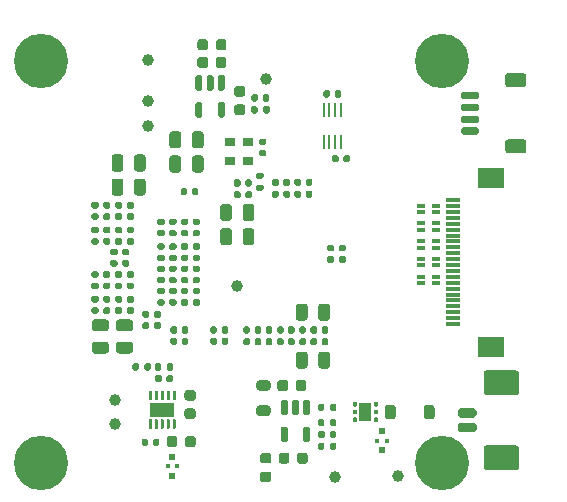
<source format=gbr>
G04 #@! TF.GenerationSoftware,KiCad,Pcbnew,8.0.4*
G04 #@! TF.CreationDate,2025-01-16T23:08:25-08:00*
G04 #@! TF.ProjectId,GMAX4002_MIPI_Breakout,474d4158-3430-4303-925f-4d4950495f42,rev?*
G04 #@! TF.SameCoordinates,Original*
G04 #@! TF.FileFunction,Soldermask,Top*
G04 #@! TF.FilePolarity,Negative*
%FSLAX46Y46*%
G04 Gerber Fmt 4.6, Leading zero omitted, Abs format (unit mm)*
G04 Created by KiCad (PCBNEW 8.0.4) date 2025-01-16 23:08:25*
%MOMM*%
%LPD*%
G01*
G04 APERTURE LIST*
%ADD10R,0.254000X1.168400*%
%ADD11C,1.000000*%
%ADD12C,4.600000*%
%ADD13R,0.850000X0.650000*%
%ADD14R,2.000000X1.200000*%
%ADD15R,1.000000X1.600000*%
%ADD16R,0.700000X0.300000*%
%ADD17R,0.600000X0.600000*%
%ADD18R,0.400000X0.400000*%
%ADD19R,2.200000X1.800000*%
%ADD20R,1.300000X0.300000*%
G04 APERTURE END LIST*
G04 #@! TO.C,C69*
G36*
G01*
X15860000Y-13380000D02*
X15860000Y-13720000D01*
G75*
G02*
X15720000Y-13860000I-140000J0D01*
G01*
X15440000Y-13860000D01*
G75*
G02*
X15300000Y-13720000I0J140000D01*
G01*
X15300000Y-13380000D01*
G75*
G02*
X15440000Y-13240000I140000J0D01*
G01*
X15720000Y-13240000D01*
G75*
G02*
X15860000Y-13380000I0J-140000D01*
G01*
G37*
G36*
G01*
X14900000Y-13380000D02*
X14900000Y-13720000D01*
G75*
G02*
X14760000Y-13860000I-140000J0D01*
G01*
X14480000Y-13860000D01*
G75*
G02*
X14340000Y-13720000I0J140000D01*
G01*
X14340000Y-13380000D01*
G75*
G02*
X14480000Y-13240000I140000J0D01*
G01*
X14760000Y-13240000D01*
G75*
G02*
X14900000Y-13380000I0J-140000D01*
G01*
G37*
G04 #@! TD*
D10*
G04 #@! TO.C,U7*
X27950001Y-9371600D03*
X27450000Y-9371600D03*
X26950000Y-9371600D03*
X26449999Y-9371600D03*
X26449999Y-6628400D03*
X26950000Y-6628400D03*
X27450000Y-6628400D03*
X27950001Y-6628400D03*
G04 #@! TD*
D11*
G04 #@! TO.C,TP9*
X8800000Y-33200000D03*
G04 #@! TD*
G04 #@! TO.C,TP8*
X11600000Y-2350000D03*
G04 #@! TD*
G04 #@! TO.C,TP7*
X32750000Y-37650000D03*
G04 #@! TD*
G04 #@! TO.C,TP6*
X27400000Y-37700000D03*
G04 #@! TD*
G04 #@! TO.C,TP5*
X19150000Y-21550000D03*
G04 #@! TD*
G04 #@! TO.C,TP4*
X8800000Y-31150000D03*
G04 #@! TD*
G04 #@! TO.C,TP3*
X21600000Y-4000000D03*
G04 #@! TD*
D12*
G04 #@! TO.C,H4*
X36500000Y-2500000D03*
G04 #@! TD*
G04 #@! TO.C,H3*
X36500000Y-36500000D03*
G04 #@! TD*
G04 #@! TO.C,H1*
X2500000Y-2500000D03*
G04 #@! TD*
G04 #@! TO.C,H2*
X2500000Y-36500000D03*
G04 #@! TD*
G04 #@! TO.C,J3*
G36*
G01*
X39475000Y-8700000D02*
X38225000Y-8700000D01*
G75*
G02*
X38075000Y-8550000I0J150000D01*
G01*
X38075000Y-8250000D01*
G75*
G02*
X38225000Y-8100000I150000J0D01*
G01*
X39475000Y-8100000D01*
G75*
G02*
X39625000Y-8250000I0J-150000D01*
G01*
X39625000Y-8550000D01*
G75*
G02*
X39475000Y-8700000I-150000J0D01*
G01*
G37*
G36*
G01*
X39475000Y-7700000D02*
X38225000Y-7700000D01*
G75*
G02*
X38075000Y-7550000I0J150000D01*
G01*
X38075000Y-7250000D01*
G75*
G02*
X38225000Y-7100000I150000J0D01*
G01*
X39475000Y-7100000D01*
G75*
G02*
X39625000Y-7250000I0J-150000D01*
G01*
X39625000Y-7550000D01*
G75*
G02*
X39475000Y-7700000I-150000J0D01*
G01*
G37*
G36*
G01*
X39475000Y-6700000D02*
X38225000Y-6700000D01*
G75*
G02*
X38075000Y-6550000I0J150000D01*
G01*
X38075000Y-6250000D01*
G75*
G02*
X38225000Y-6100000I150000J0D01*
G01*
X39475000Y-6100000D01*
G75*
G02*
X39625000Y-6250000I0J-150000D01*
G01*
X39625000Y-6550000D01*
G75*
G02*
X39475000Y-6700000I-150000J0D01*
G01*
G37*
G36*
G01*
X39475000Y-5700000D02*
X38225000Y-5700000D01*
G75*
G02*
X38075000Y-5550000I0J150000D01*
G01*
X38075000Y-5250000D01*
G75*
G02*
X38225000Y-5100000I150000J0D01*
G01*
X39475000Y-5100000D01*
G75*
G02*
X39625000Y-5250000I0J-150000D01*
G01*
X39625000Y-5550000D01*
G75*
G02*
X39475000Y-5700000I-150000J0D01*
G01*
G37*
G36*
G01*
X43375000Y-10300000D02*
X42075000Y-10300000D01*
G75*
G02*
X41825000Y-10050000I0J250000D01*
G01*
X41825000Y-9350000D01*
G75*
G02*
X42075000Y-9100000I250000J0D01*
G01*
X43375000Y-9100000D01*
G75*
G02*
X43625000Y-9350000I0J-250000D01*
G01*
X43625000Y-10050000D01*
G75*
G02*
X43375000Y-10300000I-250000J0D01*
G01*
G37*
G36*
G01*
X43375000Y-4700000D02*
X42075000Y-4700000D01*
G75*
G02*
X41825000Y-4450000I0J250000D01*
G01*
X41825000Y-3750000D01*
G75*
G02*
X42075000Y-3500000I250000J0D01*
G01*
X43375000Y-3500000D01*
G75*
G02*
X43625000Y-3750000I0J-250000D01*
G01*
X43625000Y-4450000D01*
G75*
G02*
X43375000Y-4700000I-250000J0D01*
G01*
G37*
G04 #@! TD*
G04 #@! TO.C,FB2*
G36*
G01*
X18225000Y-843750D02*
X18225000Y-1356250D01*
G75*
G02*
X18006250Y-1575000I-218750J0D01*
G01*
X17568750Y-1575000D01*
G75*
G02*
X17350000Y-1356250I0J218750D01*
G01*
X17350000Y-843750D01*
G75*
G02*
X17568750Y-625000I218750J0D01*
G01*
X18006250Y-625000D01*
G75*
G02*
X18225000Y-843750I0J-218750D01*
G01*
G37*
G36*
G01*
X16650000Y-843750D02*
X16650000Y-1356250D01*
G75*
G02*
X16431250Y-1575000I-218750J0D01*
G01*
X15993750Y-1575000D01*
G75*
G02*
X15775000Y-1356250I0J218750D01*
G01*
X15775000Y-843750D01*
G75*
G02*
X15993750Y-625000I218750J0D01*
G01*
X16431250Y-625000D01*
G75*
G02*
X16650000Y-843750I0J-218750D01*
G01*
G37*
G04 #@! TD*
G04 #@! TO.C,C104*
G36*
G01*
X15300000Y-11675000D02*
X15300000Y-10725000D01*
G75*
G02*
X15550000Y-10475000I250000J0D01*
G01*
X16050000Y-10475000D01*
G75*
G02*
X16300000Y-10725000I0J-250000D01*
G01*
X16300000Y-11675000D01*
G75*
G02*
X16050000Y-11925000I-250000J0D01*
G01*
X15550000Y-11925000D01*
G75*
G02*
X15300000Y-11675000I0J250000D01*
G01*
G37*
G36*
G01*
X13400000Y-11675000D02*
X13400000Y-10725000D01*
G75*
G02*
X13650000Y-10475000I250000J0D01*
G01*
X14150000Y-10475000D01*
G75*
G02*
X14400000Y-10725000I0J-250000D01*
G01*
X14400000Y-11675000D01*
G75*
G02*
X14150000Y-11925000I-250000J0D01*
G01*
X13650000Y-11925000D01*
G75*
G02*
X13400000Y-11675000I0J250000D01*
G01*
G37*
G04 #@! TD*
G04 #@! TO.C,C103*
G36*
G01*
X15300000Y-9625000D02*
X15300000Y-8675000D01*
G75*
G02*
X15550000Y-8425000I250000J0D01*
G01*
X16050000Y-8425000D01*
G75*
G02*
X16300000Y-8675000I0J-250000D01*
G01*
X16300000Y-9625000D01*
G75*
G02*
X16050000Y-9875000I-250000J0D01*
G01*
X15550000Y-9875000D01*
G75*
G02*
X15300000Y-9625000I0J250000D01*
G01*
G37*
G36*
G01*
X13400000Y-9625000D02*
X13400000Y-8675000D01*
G75*
G02*
X13650000Y-8425000I250000J0D01*
G01*
X14150000Y-8425000D01*
G75*
G02*
X14400000Y-8675000I0J-250000D01*
G01*
X14400000Y-9625000D01*
G75*
G02*
X14150000Y-9875000I-250000J0D01*
G01*
X13650000Y-9875000D01*
G75*
G02*
X13400000Y-9625000I0J250000D01*
G01*
G37*
G04 #@! TD*
G04 #@! TO.C,C102*
G36*
G01*
X9500000Y-10635000D02*
X9500000Y-11585000D01*
G75*
G02*
X9250000Y-11835000I-250000J0D01*
G01*
X8750000Y-11835000D01*
G75*
G02*
X8500000Y-11585000I0J250000D01*
G01*
X8500000Y-10635000D01*
G75*
G02*
X8750000Y-10385000I250000J0D01*
G01*
X9250000Y-10385000D01*
G75*
G02*
X9500000Y-10635000I0J-250000D01*
G01*
G37*
G36*
G01*
X11400000Y-10635000D02*
X11400000Y-11585000D01*
G75*
G02*
X11150000Y-11835000I-250000J0D01*
G01*
X10650000Y-11835000D01*
G75*
G02*
X10400000Y-11585000I0J250000D01*
G01*
X10400000Y-10635000D01*
G75*
G02*
X10650000Y-10385000I250000J0D01*
G01*
X11150000Y-10385000D01*
G75*
G02*
X11400000Y-10635000I0J-250000D01*
G01*
G37*
G04 #@! TD*
G04 #@! TO.C,C101*
G36*
G01*
X9500000Y-12675000D02*
X9500000Y-13625000D01*
G75*
G02*
X9250000Y-13875000I-250000J0D01*
G01*
X8750000Y-13875000D01*
G75*
G02*
X8500000Y-13625000I0J250000D01*
G01*
X8500000Y-12675000D01*
G75*
G02*
X8750000Y-12425000I250000J0D01*
G01*
X9250000Y-12425000D01*
G75*
G02*
X9500000Y-12675000I0J-250000D01*
G01*
G37*
G36*
G01*
X11400000Y-12675000D02*
X11400000Y-13625000D01*
G75*
G02*
X11150000Y-13875000I-250000J0D01*
G01*
X10650000Y-13875000D01*
G75*
G02*
X10400000Y-13625000I0J250000D01*
G01*
X10400000Y-12675000D01*
G75*
G02*
X10650000Y-12425000I250000J0D01*
G01*
X11150000Y-12425000D01*
G75*
G02*
X11400000Y-12675000I0J-250000D01*
G01*
G37*
G04 #@! TD*
G04 #@! TO.C,C100*
G36*
G01*
X14050000Y-25080000D02*
X14050000Y-25420000D01*
G75*
G02*
X13910000Y-25560000I-140000J0D01*
G01*
X13630000Y-25560000D01*
G75*
G02*
X13490000Y-25420000I0J140000D01*
G01*
X13490000Y-25080000D01*
G75*
G02*
X13630000Y-24940000I140000J0D01*
G01*
X13910000Y-24940000D01*
G75*
G02*
X14050000Y-25080000I0J-140000D01*
G01*
G37*
G36*
G01*
X15010000Y-25080000D02*
X15010000Y-25420000D01*
G75*
G02*
X14870000Y-25560000I-140000J0D01*
G01*
X14590000Y-25560000D01*
G75*
G02*
X14450000Y-25420000I0J140000D01*
G01*
X14450000Y-25080000D01*
G75*
G02*
X14590000Y-24940000I140000J0D01*
G01*
X14870000Y-24940000D01*
G75*
G02*
X15010000Y-25080000I0J-140000D01*
G01*
G37*
G04 #@! TD*
G04 #@! TO.C,C99*
G36*
G01*
X14050000Y-26050000D02*
X14050000Y-26390000D01*
G75*
G02*
X13910000Y-26530000I-140000J0D01*
G01*
X13630000Y-26530000D01*
G75*
G02*
X13490000Y-26390000I0J140000D01*
G01*
X13490000Y-26050000D01*
G75*
G02*
X13630000Y-25910000I140000J0D01*
G01*
X13910000Y-25910000D01*
G75*
G02*
X14050000Y-26050000I0J-140000D01*
G01*
G37*
G36*
G01*
X15010000Y-26050000D02*
X15010000Y-26390000D01*
G75*
G02*
X14870000Y-26530000I-140000J0D01*
G01*
X14590000Y-26530000D01*
G75*
G02*
X14450000Y-26390000I0J140000D01*
G01*
X14450000Y-26050000D01*
G75*
G02*
X14590000Y-25910000I140000J0D01*
G01*
X14870000Y-25910000D01*
G75*
G02*
X15010000Y-26050000I0J-140000D01*
G01*
G37*
G04 #@! TD*
G04 #@! TO.C,C94*
G36*
G01*
X22090000Y-13920000D02*
X22090000Y-13580000D01*
G75*
G02*
X22230000Y-13440000I140000J0D01*
G01*
X22510000Y-13440000D01*
G75*
G02*
X22650000Y-13580000I0J-140000D01*
G01*
X22650000Y-13920000D01*
G75*
G02*
X22510000Y-14060000I-140000J0D01*
G01*
X22230000Y-14060000D01*
G75*
G02*
X22090000Y-13920000I0J140000D01*
G01*
G37*
G36*
G01*
X23050000Y-13920000D02*
X23050000Y-13580000D01*
G75*
G02*
X23190000Y-13440000I140000J0D01*
G01*
X23470000Y-13440000D01*
G75*
G02*
X23610000Y-13580000I0J-140000D01*
G01*
X23610000Y-13920000D01*
G75*
G02*
X23470000Y-14060000I-140000J0D01*
G01*
X23190000Y-14060000D01*
G75*
G02*
X23050000Y-13920000I0J140000D01*
G01*
G37*
G04 #@! TD*
G04 #@! TO.C,C93*
G36*
G01*
X22090000Y-12930000D02*
X22090000Y-12590000D01*
G75*
G02*
X22230000Y-12450000I140000J0D01*
G01*
X22510000Y-12450000D01*
G75*
G02*
X22650000Y-12590000I0J-140000D01*
G01*
X22650000Y-12930000D01*
G75*
G02*
X22510000Y-13070000I-140000J0D01*
G01*
X22230000Y-13070000D01*
G75*
G02*
X22090000Y-12930000I0J140000D01*
G01*
G37*
G36*
G01*
X23050000Y-12930000D02*
X23050000Y-12590000D01*
G75*
G02*
X23190000Y-12450000I140000J0D01*
G01*
X23470000Y-12450000D01*
G75*
G02*
X23610000Y-12590000I0J-140000D01*
G01*
X23610000Y-12930000D01*
G75*
G02*
X23470000Y-13070000I-140000J0D01*
G01*
X23190000Y-13070000D01*
G75*
G02*
X23050000Y-12930000I0J140000D01*
G01*
G37*
G04 #@! TD*
G04 #@! TO.C,C65*
G36*
G01*
X9930000Y-23330000D02*
X10270000Y-23330000D01*
G75*
G02*
X10410000Y-23470000I0J-140000D01*
G01*
X10410000Y-23750000D01*
G75*
G02*
X10270000Y-23890000I-140000J0D01*
G01*
X9930000Y-23890000D01*
G75*
G02*
X9790000Y-23750000I0J140000D01*
G01*
X9790000Y-23470000D01*
G75*
G02*
X9930000Y-23330000I140000J0D01*
G01*
G37*
G36*
G01*
X9930000Y-22370000D02*
X10270000Y-22370000D01*
G75*
G02*
X10410000Y-22510000I0J-140000D01*
G01*
X10410000Y-22790000D01*
G75*
G02*
X10270000Y-22930000I-140000J0D01*
G01*
X9930000Y-22930000D01*
G75*
G02*
X9790000Y-22790000I0J140000D01*
G01*
X9790000Y-22510000D01*
G75*
G02*
X9930000Y-22370000I140000J0D01*
G01*
G37*
G04 #@! TD*
G04 #@! TO.C,C57*
G36*
G01*
X8930000Y-23330000D02*
X9270000Y-23330000D01*
G75*
G02*
X9410000Y-23470000I0J-140000D01*
G01*
X9410000Y-23750000D01*
G75*
G02*
X9270000Y-23890000I-140000J0D01*
G01*
X8930000Y-23890000D01*
G75*
G02*
X8790000Y-23750000I0J140000D01*
G01*
X8790000Y-23470000D01*
G75*
G02*
X8930000Y-23330000I140000J0D01*
G01*
G37*
G36*
G01*
X8930000Y-22370000D02*
X9270000Y-22370000D01*
G75*
G02*
X9410000Y-22510000I0J-140000D01*
G01*
X9410000Y-22790000D01*
G75*
G02*
X9270000Y-22930000I-140000J0D01*
G01*
X8930000Y-22930000D01*
G75*
G02*
X8790000Y-22790000I0J140000D01*
G01*
X8790000Y-22510000D01*
G75*
G02*
X8930000Y-22370000I140000J0D01*
G01*
G37*
G04 #@! TD*
G04 #@! TO.C,C64*
G36*
G01*
X8270000Y-15930000D02*
X7930000Y-15930000D01*
G75*
G02*
X7790000Y-15790000I0J140000D01*
G01*
X7790000Y-15510000D01*
G75*
G02*
X7930000Y-15370000I140000J0D01*
G01*
X8270000Y-15370000D01*
G75*
G02*
X8410000Y-15510000I0J-140000D01*
G01*
X8410000Y-15790000D01*
G75*
G02*
X8270000Y-15930000I-140000J0D01*
G01*
G37*
G36*
G01*
X8270000Y-14970000D02*
X7930000Y-14970000D01*
G75*
G02*
X7790000Y-14830000I0J140000D01*
G01*
X7790000Y-14550000D01*
G75*
G02*
X7930000Y-14410000I140000J0D01*
G01*
X8270000Y-14410000D01*
G75*
G02*
X8410000Y-14550000I0J-140000D01*
G01*
X8410000Y-14830000D01*
G75*
G02*
X8270000Y-14970000I-140000J0D01*
G01*
G37*
G04 #@! TD*
G04 #@! TO.C,C63*
G36*
G01*
X14860000Y-16370000D02*
X14520000Y-16370000D01*
G75*
G02*
X14380000Y-16230000I0J140000D01*
G01*
X14380000Y-15950000D01*
G75*
G02*
X14520000Y-15810000I140000J0D01*
G01*
X14860000Y-15810000D01*
G75*
G02*
X15000000Y-15950000I0J-140000D01*
G01*
X15000000Y-16230000D01*
G75*
G02*
X14860000Y-16370000I-140000J0D01*
G01*
G37*
G36*
G01*
X14860000Y-17330000D02*
X14520000Y-17330000D01*
G75*
G02*
X14380000Y-17190000I0J140000D01*
G01*
X14380000Y-16910000D01*
G75*
G02*
X14520000Y-16770000I140000J0D01*
G01*
X14860000Y-16770000D01*
G75*
G02*
X15000000Y-16910000I0J-140000D01*
G01*
X15000000Y-17190000D01*
G75*
G02*
X14860000Y-17330000I-140000J0D01*
G01*
G37*
G04 #@! TD*
G04 #@! TO.C,C56*
G36*
G01*
X10270000Y-15930000D02*
X9930000Y-15930000D01*
G75*
G02*
X9790000Y-15790000I0J140000D01*
G01*
X9790000Y-15510000D01*
G75*
G02*
X9930000Y-15370000I140000J0D01*
G01*
X10270000Y-15370000D01*
G75*
G02*
X10410000Y-15510000I0J-140000D01*
G01*
X10410000Y-15790000D01*
G75*
G02*
X10270000Y-15930000I-140000J0D01*
G01*
G37*
G36*
G01*
X10270000Y-14970000D02*
X9930000Y-14970000D01*
G75*
G02*
X9790000Y-14830000I0J140000D01*
G01*
X9790000Y-14550000D01*
G75*
G02*
X9930000Y-14410000I140000J0D01*
G01*
X10270000Y-14410000D01*
G75*
G02*
X10410000Y-14550000I0J-140000D01*
G01*
X10410000Y-14830000D01*
G75*
G02*
X10270000Y-14970000I-140000J0D01*
G01*
G37*
G04 #@! TD*
G04 #@! TO.C,C55*
G36*
G01*
X15860000Y-16370000D02*
X15520000Y-16370000D01*
G75*
G02*
X15380000Y-16230000I0J140000D01*
G01*
X15380000Y-15950000D01*
G75*
G02*
X15520000Y-15810000I140000J0D01*
G01*
X15860000Y-15810000D01*
G75*
G02*
X16000000Y-15950000I0J-140000D01*
G01*
X16000000Y-16230000D01*
G75*
G02*
X15860000Y-16370000I-140000J0D01*
G01*
G37*
G36*
G01*
X15860000Y-17330000D02*
X15520000Y-17330000D01*
G75*
G02*
X15380000Y-17190000I0J140000D01*
G01*
X15380000Y-16910000D01*
G75*
G02*
X15520000Y-16770000I140000J0D01*
G01*
X15860000Y-16770000D01*
G75*
G02*
X16000000Y-16910000I0J-140000D01*
G01*
X16000000Y-17190000D01*
G75*
G02*
X15860000Y-17330000I-140000J0D01*
G01*
G37*
G04 #@! TD*
G04 #@! TO.C,C50*
G36*
G01*
X13860000Y-21310000D02*
X13520000Y-21310000D01*
G75*
G02*
X13380000Y-21170000I0J140000D01*
G01*
X13380000Y-20890000D01*
G75*
G02*
X13520000Y-20750000I140000J0D01*
G01*
X13860000Y-20750000D01*
G75*
G02*
X14000000Y-20890000I0J-140000D01*
G01*
X14000000Y-21170000D01*
G75*
G02*
X13860000Y-21310000I-140000J0D01*
G01*
G37*
G36*
G01*
X13860000Y-20350000D02*
X13520000Y-20350000D01*
G75*
G02*
X13380000Y-20210000I0J140000D01*
G01*
X13380000Y-19930000D01*
G75*
G02*
X13520000Y-19790000I140000J0D01*
G01*
X13860000Y-19790000D01*
G75*
G02*
X14000000Y-19930000I0J-140000D01*
G01*
X14000000Y-20210000D01*
G75*
G02*
X13860000Y-20350000I-140000J0D01*
G01*
G37*
G04 #@! TD*
G04 #@! TO.C,C49*
G36*
G01*
X15860000Y-18470000D02*
X15520000Y-18470000D01*
G75*
G02*
X15380000Y-18330000I0J140000D01*
G01*
X15380000Y-18050000D01*
G75*
G02*
X15520000Y-17910000I140000J0D01*
G01*
X15860000Y-17910000D01*
G75*
G02*
X16000000Y-18050000I0J-140000D01*
G01*
X16000000Y-18330000D01*
G75*
G02*
X15860000Y-18470000I-140000J0D01*
G01*
G37*
G36*
G01*
X15860000Y-19430000D02*
X15520000Y-19430000D01*
G75*
G02*
X15380000Y-19290000I0J140000D01*
G01*
X15380000Y-19010000D01*
G75*
G02*
X15520000Y-18870000I140000J0D01*
G01*
X15860000Y-18870000D01*
G75*
G02*
X16000000Y-19010000I0J-140000D01*
G01*
X16000000Y-19290000D01*
G75*
G02*
X15860000Y-19430000I-140000J0D01*
G01*
G37*
G04 #@! TD*
G04 #@! TO.C,C46*
G36*
G01*
X12860000Y-21310000D02*
X12520000Y-21310000D01*
G75*
G02*
X12380000Y-21170000I0J140000D01*
G01*
X12380000Y-20890000D01*
G75*
G02*
X12520000Y-20750000I140000J0D01*
G01*
X12860000Y-20750000D01*
G75*
G02*
X13000000Y-20890000I0J-140000D01*
G01*
X13000000Y-21170000D01*
G75*
G02*
X12860000Y-21310000I-140000J0D01*
G01*
G37*
G36*
G01*
X12860000Y-20350000D02*
X12520000Y-20350000D01*
G75*
G02*
X12380000Y-20210000I0J140000D01*
G01*
X12380000Y-19930000D01*
G75*
G02*
X12520000Y-19790000I140000J0D01*
G01*
X12860000Y-19790000D01*
G75*
G02*
X13000000Y-19930000I0J-140000D01*
G01*
X13000000Y-20210000D01*
G75*
G02*
X12860000Y-20350000I-140000J0D01*
G01*
G37*
G04 #@! TD*
G04 #@! TO.C,C45*
G36*
G01*
X14860000Y-18470000D02*
X14520000Y-18470000D01*
G75*
G02*
X14380000Y-18330000I0J140000D01*
G01*
X14380000Y-18050000D01*
G75*
G02*
X14520000Y-17910000I140000J0D01*
G01*
X14860000Y-17910000D01*
G75*
G02*
X15000000Y-18050000I0J-140000D01*
G01*
X15000000Y-18330000D01*
G75*
G02*
X14860000Y-18470000I-140000J0D01*
G01*
G37*
G36*
G01*
X14860000Y-19430000D02*
X14520000Y-19430000D01*
G75*
G02*
X14380000Y-19290000I0J140000D01*
G01*
X14380000Y-19010000D01*
G75*
G02*
X14520000Y-18870000I140000J0D01*
G01*
X14860000Y-18870000D01*
G75*
G02*
X15000000Y-19010000I0J-140000D01*
G01*
X15000000Y-19290000D01*
G75*
G02*
X14860000Y-19430000I-140000J0D01*
G01*
G37*
G04 #@! TD*
G04 #@! TO.C,C42*
G36*
G01*
X6920000Y-20270000D02*
X7260000Y-20270000D01*
G75*
G02*
X7400000Y-20410000I0J-140000D01*
G01*
X7400000Y-20690000D01*
G75*
G02*
X7260000Y-20830000I-140000J0D01*
G01*
X6920000Y-20830000D01*
G75*
G02*
X6780000Y-20690000I0J140000D01*
G01*
X6780000Y-20410000D01*
G75*
G02*
X6920000Y-20270000I140000J0D01*
G01*
G37*
G36*
G01*
X6920000Y-21230000D02*
X7260000Y-21230000D01*
G75*
G02*
X7400000Y-21370000I0J-140000D01*
G01*
X7400000Y-21650000D01*
G75*
G02*
X7260000Y-21790000I-140000J0D01*
G01*
X6920000Y-21790000D01*
G75*
G02*
X6780000Y-21650000I0J140000D01*
G01*
X6780000Y-21370000D01*
G75*
G02*
X6920000Y-21230000I140000J0D01*
G01*
G37*
G04 #@! TD*
G04 #@! TO.C,C41*
G36*
G01*
X12520000Y-22630000D02*
X12860000Y-22630000D01*
G75*
G02*
X13000000Y-22770000I0J-140000D01*
G01*
X13000000Y-23050000D01*
G75*
G02*
X12860000Y-23190000I-140000J0D01*
G01*
X12520000Y-23190000D01*
G75*
G02*
X12380000Y-23050000I0J140000D01*
G01*
X12380000Y-22770000D01*
G75*
G02*
X12520000Y-22630000I140000J0D01*
G01*
G37*
G36*
G01*
X12520000Y-21670000D02*
X12860000Y-21670000D01*
G75*
G02*
X13000000Y-21810000I0J-140000D01*
G01*
X13000000Y-22090000D01*
G75*
G02*
X12860000Y-22230000I-140000J0D01*
G01*
X12520000Y-22230000D01*
G75*
G02*
X12380000Y-22090000I0J140000D01*
G01*
X12380000Y-21810000D01*
G75*
G02*
X12520000Y-21670000I140000J0D01*
G01*
G37*
G04 #@! TD*
G04 #@! TO.C,C38*
G36*
G01*
X8920000Y-20270000D02*
X9260000Y-20270000D01*
G75*
G02*
X9400000Y-20410000I0J-140000D01*
G01*
X9400000Y-20690000D01*
G75*
G02*
X9260000Y-20830000I-140000J0D01*
G01*
X8920000Y-20830000D01*
G75*
G02*
X8780000Y-20690000I0J140000D01*
G01*
X8780000Y-20410000D01*
G75*
G02*
X8920000Y-20270000I140000J0D01*
G01*
G37*
G36*
G01*
X8920000Y-21230000D02*
X9260000Y-21230000D01*
G75*
G02*
X9400000Y-21370000I0J-140000D01*
G01*
X9400000Y-21650000D01*
G75*
G02*
X9260000Y-21790000I-140000J0D01*
G01*
X8920000Y-21790000D01*
G75*
G02*
X8780000Y-21650000I0J140000D01*
G01*
X8780000Y-21370000D01*
G75*
G02*
X8920000Y-21230000I140000J0D01*
G01*
G37*
G04 #@! TD*
G04 #@! TO.C,C37*
G36*
G01*
X15520000Y-22630000D02*
X15860000Y-22630000D01*
G75*
G02*
X16000000Y-22770000I0J-140000D01*
G01*
X16000000Y-23050000D01*
G75*
G02*
X15860000Y-23190000I-140000J0D01*
G01*
X15520000Y-23190000D01*
G75*
G02*
X15380000Y-23050000I0J140000D01*
G01*
X15380000Y-22770000D01*
G75*
G02*
X15520000Y-22630000I140000J0D01*
G01*
G37*
G36*
G01*
X15520000Y-21670000D02*
X15860000Y-21670000D01*
G75*
G02*
X16000000Y-21810000I0J-140000D01*
G01*
X16000000Y-22090000D01*
G75*
G02*
X15860000Y-22230000I-140000J0D01*
G01*
X15520000Y-22230000D01*
G75*
G02*
X15380000Y-22090000I0J140000D01*
G01*
X15380000Y-21810000D01*
G75*
G02*
X15520000Y-21670000I140000J0D01*
G01*
G37*
G04 #@! TD*
G04 #@! TO.C,C32*
G36*
G01*
X8530000Y-19330000D02*
X8870000Y-19330000D01*
G75*
G02*
X9010000Y-19470000I0J-140000D01*
G01*
X9010000Y-19750000D01*
G75*
G02*
X8870000Y-19890000I-140000J0D01*
G01*
X8530000Y-19890000D01*
G75*
G02*
X8390000Y-19750000I0J140000D01*
G01*
X8390000Y-19470000D01*
G75*
G02*
X8530000Y-19330000I140000J0D01*
G01*
G37*
G36*
G01*
X8530000Y-18370000D02*
X8870000Y-18370000D01*
G75*
G02*
X9010000Y-18510000I0J-140000D01*
G01*
X9010000Y-18790000D01*
G75*
G02*
X8870000Y-18930000I-140000J0D01*
G01*
X8530000Y-18930000D01*
G75*
G02*
X8390000Y-18790000I0J140000D01*
G01*
X8390000Y-18510000D01*
G75*
G02*
X8530000Y-18370000I140000J0D01*
G01*
G37*
G04 #@! TD*
G04 #@! TO.C,C30*
G36*
G01*
X9270000Y-17070000D02*
X8930000Y-17070000D01*
G75*
G02*
X8790000Y-16930000I0J140000D01*
G01*
X8790000Y-16650000D01*
G75*
G02*
X8930000Y-16510000I140000J0D01*
G01*
X9270000Y-16510000D01*
G75*
G02*
X9410000Y-16650000I0J-140000D01*
G01*
X9410000Y-16930000D01*
G75*
G02*
X9270000Y-17070000I-140000J0D01*
G01*
G37*
G36*
G01*
X9270000Y-18030000D02*
X8930000Y-18030000D01*
G75*
G02*
X8790000Y-17890000I0J140000D01*
G01*
X8790000Y-17610000D01*
G75*
G02*
X8930000Y-17470000I140000J0D01*
G01*
X9270000Y-17470000D01*
G75*
G02*
X9410000Y-17610000I0J-140000D01*
G01*
X9410000Y-17890000D01*
G75*
G02*
X9270000Y-18030000I-140000J0D01*
G01*
G37*
G04 #@! TD*
G04 #@! TO.C,C29*
G36*
G01*
X10270000Y-17070000D02*
X9930000Y-17070000D01*
G75*
G02*
X9790000Y-16930000I0J140000D01*
G01*
X9790000Y-16650000D01*
G75*
G02*
X9930000Y-16510000I140000J0D01*
G01*
X10270000Y-16510000D01*
G75*
G02*
X10410000Y-16650000I0J-140000D01*
G01*
X10410000Y-16930000D01*
G75*
G02*
X10270000Y-17070000I-140000J0D01*
G01*
G37*
G36*
G01*
X10270000Y-18030000D02*
X9930000Y-18030000D01*
G75*
G02*
X9790000Y-17890000I0J140000D01*
G01*
X9790000Y-17610000D01*
G75*
G02*
X9930000Y-17470000I140000J0D01*
G01*
X10270000Y-17470000D01*
G75*
G02*
X10410000Y-17610000I0J-140000D01*
G01*
X10410000Y-17890000D01*
G75*
G02*
X10270000Y-18030000I-140000J0D01*
G01*
G37*
G04 #@! TD*
D13*
G04 #@! TO.C,U8*
X20075000Y-9325000D03*
X20075000Y-10975000D03*
X18525000Y-10975000D03*
X18525000Y-9325000D03*
G04 #@! TD*
G04 #@! TO.C,U6*
G36*
G01*
X17650000Y-3662500D02*
X17950000Y-3662500D01*
G75*
G02*
X18100000Y-3812500I0J-150000D01*
G01*
X18100000Y-4837500D01*
G75*
G02*
X17950000Y-4987500I-150000J0D01*
G01*
X17650000Y-4987500D01*
G75*
G02*
X17500000Y-4837500I0J150000D01*
G01*
X17500000Y-3812500D01*
G75*
G02*
X17650000Y-3662500I150000J0D01*
G01*
G37*
G36*
G01*
X16700000Y-3662500D02*
X17000000Y-3662500D01*
G75*
G02*
X17150000Y-3812500I0J-150000D01*
G01*
X17150000Y-4837500D01*
G75*
G02*
X17000000Y-4987500I-150000J0D01*
G01*
X16700000Y-4987500D01*
G75*
G02*
X16550000Y-4837500I0J150000D01*
G01*
X16550000Y-3812500D01*
G75*
G02*
X16700000Y-3662500I150000J0D01*
G01*
G37*
G36*
G01*
X15750000Y-3662500D02*
X16050000Y-3662500D01*
G75*
G02*
X16200000Y-3812500I0J-150000D01*
G01*
X16200000Y-4837500D01*
G75*
G02*
X16050000Y-4987500I-150000J0D01*
G01*
X15750000Y-4987500D01*
G75*
G02*
X15600000Y-4837500I0J150000D01*
G01*
X15600000Y-3812500D01*
G75*
G02*
X15750000Y-3662500I150000J0D01*
G01*
G37*
G36*
G01*
X15750000Y-5937500D02*
X16050000Y-5937500D01*
G75*
G02*
X16200000Y-6087500I0J-150000D01*
G01*
X16200000Y-7112500D01*
G75*
G02*
X16050000Y-7262500I-150000J0D01*
G01*
X15750000Y-7262500D01*
G75*
G02*
X15600000Y-7112500I0J150000D01*
G01*
X15600000Y-6087500D01*
G75*
G02*
X15750000Y-5937500I150000J0D01*
G01*
G37*
G36*
G01*
X17650000Y-5937500D02*
X17950000Y-5937500D01*
G75*
G02*
X18100000Y-6087500I0J-150000D01*
G01*
X18100000Y-7112500D01*
G75*
G02*
X17950000Y-7262500I-150000J0D01*
G01*
X17650000Y-7262500D01*
G75*
G02*
X17500000Y-7112500I0J150000D01*
G01*
X17500000Y-6087500D01*
G75*
G02*
X17650000Y-5937500I150000J0D01*
G01*
G37*
G04 #@! TD*
D14*
G04 #@! TO.C,U5*
X12800000Y-32000000D03*
G36*
G01*
X13737500Y-32800000D02*
X13862500Y-32800000D01*
G75*
G02*
X13925000Y-32862500I0J-62500D01*
G01*
X13925000Y-33562500D01*
G75*
G02*
X13862500Y-33625000I-62500J0D01*
G01*
X13737500Y-33625000D01*
G75*
G02*
X13675000Y-33562500I0J62500D01*
G01*
X13675000Y-32862500D01*
G75*
G02*
X13737500Y-32800000I62500J0D01*
G01*
G37*
G36*
G01*
X13237500Y-32800000D02*
X13362500Y-32800000D01*
G75*
G02*
X13425000Y-32862500I0J-62500D01*
G01*
X13425000Y-33562500D01*
G75*
G02*
X13362500Y-33625000I-62500J0D01*
G01*
X13237500Y-33625000D01*
G75*
G02*
X13175000Y-33562500I0J62500D01*
G01*
X13175000Y-32862500D01*
G75*
G02*
X13237500Y-32800000I62500J0D01*
G01*
G37*
G36*
G01*
X12737500Y-32800000D02*
X12862500Y-32800000D01*
G75*
G02*
X12925000Y-32862500I0J-62500D01*
G01*
X12925000Y-33562500D01*
G75*
G02*
X12862500Y-33625000I-62500J0D01*
G01*
X12737500Y-33625000D01*
G75*
G02*
X12675000Y-33562500I0J62500D01*
G01*
X12675000Y-32862500D01*
G75*
G02*
X12737500Y-32800000I62500J0D01*
G01*
G37*
G36*
G01*
X12237500Y-32800000D02*
X12362500Y-32800000D01*
G75*
G02*
X12425000Y-32862500I0J-62500D01*
G01*
X12425000Y-33562500D01*
G75*
G02*
X12362500Y-33625000I-62500J0D01*
G01*
X12237500Y-33625000D01*
G75*
G02*
X12175000Y-33562500I0J62500D01*
G01*
X12175000Y-32862500D01*
G75*
G02*
X12237500Y-32800000I62500J0D01*
G01*
G37*
G36*
G01*
X11737500Y-32800000D02*
X11862500Y-32800000D01*
G75*
G02*
X11925000Y-32862500I0J-62500D01*
G01*
X11925000Y-33562500D01*
G75*
G02*
X11862500Y-33625000I-62500J0D01*
G01*
X11737500Y-33625000D01*
G75*
G02*
X11675000Y-33562500I0J62500D01*
G01*
X11675000Y-32862500D01*
G75*
G02*
X11737500Y-32800000I62500J0D01*
G01*
G37*
G36*
G01*
X11737500Y-30375000D02*
X11862500Y-30375000D01*
G75*
G02*
X11925000Y-30437500I0J-62500D01*
G01*
X11925000Y-31137500D01*
G75*
G02*
X11862500Y-31200000I-62500J0D01*
G01*
X11737500Y-31200000D01*
G75*
G02*
X11675000Y-31137500I0J62500D01*
G01*
X11675000Y-30437500D01*
G75*
G02*
X11737500Y-30375000I62500J0D01*
G01*
G37*
G36*
G01*
X12237500Y-30375000D02*
X12362500Y-30375000D01*
G75*
G02*
X12425000Y-30437500I0J-62500D01*
G01*
X12425000Y-31137500D01*
G75*
G02*
X12362500Y-31200000I-62500J0D01*
G01*
X12237500Y-31200000D01*
G75*
G02*
X12175000Y-31137500I0J62500D01*
G01*
X12175000Y-30437500D01*
G75*
G02*
X12237500Y-30375000I62500J0D01*
G01*
G37*
G36*
G01*
X12737500Y-30375000D02*
X12862500Y-30375000D01*
G75*
G02*
X12925000Y-30437500I0J-62500D01*
G01*
X12925000Y-31137500D01*
G75*
G02*
X12862500Y-31200000I-62500J0D01*
G01*
X12737500Y-31200000D01*
G75*
G02*
X12675000Y-31137500I0J62500D01*
G01*
X12675000Y-30437500D01*
G75*
G02*
X12737500Y-30375000I62500J0D01*
G01*
G37*
G36*
G01*
X13237500Y-30375000D02*
X13362500Y-30375000D01*
G75*
G02*
X13425000Y-30437500I0J-62500D01*
G01*
X13425000Y-31137500D01*
G75*
G02*
X13362500Y-31200000I-62500J0D01*
G01*
X13237500Y-31200000D01*
G75*
G02*
X13175000Y-31137500I0J62500D01*
G01*
X13175000Y-30437500D01*
G75*
G02*
X13237500Y-30375000I62500J0D01*
G01*
G37*
G36*
G01*
X13737500Y-30375000D02*
X13862500Y-30375000D01*
G75*
G02*
X13925000Y-30437500I0J-62500D01*
G01*
X13925000Y-31137500D01*
G75*
G02*
X13862500Y-31200000I-62500J0D01*
G01*
X13737500Y-31200000D01*
G75*
G02*
X13675000Y-31137500I0J62500D01*
G01*
X13675000Y-30437500D01*
G75*
G02*
X13737500Y-30375000I62500J0D01*
G01*
G37*
G04 #@! TD*
G04 #@! TO.C,U4*
G36*
G01*
X24862500Y-33425000D02*
X25162500Y-33425000D01*
G75*
G02*
X25312500Y-33575000I0J-150000D01*
G01*
X25312500Y-34600000D01*
G75*
G02*
X25162500Y-34750000I-150000J0D01*
G01*
X24862500Y-34750000D01*
G75*
G02*
X24712500Y-34600000I0J150000D01*
G01*
X24712500Y-33575000D01*
G75*
G02*
X24862500Y-33425000I150000J0D01*
G01*
G37*
G36*
G01*
X22962500Y-33425000D02*
X23262500Y-33425000D01*
G75*
G02*
X23412500Y-33575000I0J-150000D01*
G01*
X23412500Y-34600000D01*
G75*
G02*
X23262500Y-34750000I-150000J0D01*
G01*
X22962500Y-34750000D01*
G75*
G02*
X22812500Y-34600000I0J150000D01*
G01*
X22812500Y-33575000D01*
G75*
G02*
X22962500Y-33425000I150000J0D01*
G01*
G37*
G36*
G01*
X22962500Y-31150000D02*
X23262500Y-31150000D01*
G75*
G02*
X23412500Y-31300000I0J-150000D01*
G01*
X23412500Y-32325000D01*
G75*
G02*
X23262500Y-32475000I-150000J0D01*
G01*
X22962500Y-32475000D01*
G75*
G02*
X22812500Y-32325000I0J150000D01*
G01*
X22812500Y-31300000D01*
G75*
G02*
X22962500Y-31150000I150000J0D01*
G01*
G37*
G36*
G01*
X23912500Y-31150000D02*
X24212500Y-31150000D01*
G75*
G02*
X24362500Y-31300000I0J-150000D01*
G01*
X24362500Y-32325000D01*
G75*
G02*
X24212500Y-32475000I-150000J0D01*
G01*
X23912500Y-32475000D01*
G75*
G02*
X23762500Y-32325000I0J150000D01*
G01*
X23762500Y-31300000D01*
G75*
G02*
X23912500Y-31150000I150000J0D01*
G01*
G37*
G36*
G01*
X24862500Y-31150000D02*
X25162500Y-31150000D01*
G75*
G02*
X25312500Y-31300000I0J-150000D01*
G01*
X25312500Y-32325000D01*
G75*
G02*
X25162500Y-32475000I-150000J0D01*
G01*
X24862500Y-32475000D01*
G75*
G02*
X24712500Y-32325000I0J150000D01*
G01*
X24712500Y-31300000D01*
G75*
G02*
X24862500Y-31150000I150000J0D01*
G01*
G37*
G04 #@! TD*
G04 #@! TO.C,U3*
G36*
G01*
X28925000Y-31643750D02*
X28925000Y-31431250D01*
G75*
G02*
X29018750Y-31337500I93750J0D01*
G01*
X29206250Y-31337500D01*
G75*
G02*
X29300000Y-31431250I0J-93750D01*
G01*
X29300000Y-31643750D01*
G75*
G02*
X29206250Y-31737500I-93750J0D01*
G01*
X29018750Y-31737500D01*
G75*
G02*
X28925000Y-31643750I0J93750D01*
G01*
G37*
G36*
G01*
X28925000Y-32293750D02*
X28925000Y-32081250D01*
G75*
G02*
X29018750Y-31987500I93750J0D01*
G01*
X29206250Y-31987500D01*
G75*
G02*
X29300000Y-32081250I0J-93750D01*
G01*
X29300000Y-32293750D01*
G75*
G02*
X29206250Y-32387500I-93750J0D01*
G01*
X29018750Y-32387500D01*
G75*
G02*
X28925000Y-32293750I0J93750D01*
G01*
G37*
G36*
G01*
X28925000Y-32943750D02*
X28925000Y-32731250D01*
G75*
G02*
X29018750Y-32637500I93750J0D01*
G01*
X29206250Y-32637500D01*
G75*
G02*
X29300000Y-32731250I0J-93750D01*
G01*
X29300000Y-32943750D01*
G75*
G02*
X29206250Y-33037500I-93750J0D01*
G01*
X29018750Y-33037500D01*
G75*
G02*
X28925000Y-32943750I0J93750D01*
G01*
G37*
G36*
G01*
X30700000Y-32943750D02*
X30700000Y-32731250D01*
G75*
G02*
X30793750Y-32637500I93750J0D01*
G01*
X30981250Y-32637500D01*
G75*
G02*
X31075000Y-32731250I0J-93750D01*
G01*
X31075000Y-32943750D01*
G75*
G02*
X30981250Y-33037500I-93750J0D01*
G01*
X30793750Y-33037500D01*
G75*
G02*
X30700000Y-32943750I0J93750D01*
G01*
G37*
G36*
G01*
X30700000Y-32293750D02*
X30700000Y-32081250D01*
G75*
G02*
X30793750Y-31987500I93750J0D01*
G01*
X30981250Y-31987500D01*
G75*
G02*
X31075000Y-32081250I0J-93750D01*
G01*
X31075000Y-32293750D01*
G75*
G02*
X30981250Y-32387500I-93750J0D01*
G01*
X30793750Y-32387500D01*
G75*
G02*
X30700000Y-32293750I0J93750D01*
G01*
G37*
G36*
G01*
X30700000Y-31643750D02*
X30700000Y-31431250D01*
G75*
G02*
X30793750Y-31337500I93750J0D01*
G01*
X30981250Y-31337500D01*
G75*
G02*
X31075000Y-31431250I0J-93750D01*
G01*
X31075000Y-31643750D01*
G75*
G02*
X30981250Y-31737500I-93750J0D01*
G01*
X30793750Y-31737500D01*
G75*
G02*
X30700000Y-31643750I0J93750D01*
G01*
G37*
D15*
X30000000Y-32187500D03*
G04 #@! TD*
D11*
G04 #@! TO.C,TP2*
X11600000Y-7950000D03*
G04 #@! TD*
G04 #@! TO.C,TP1*
X11600000Y-5900000D03*
G04 #@! TD*
G04 #@! TO.C,R10*
G36*
G01*
X25982500Y-31985000D02*
X25982500Y-31615000D01*
G75*
G02*
X26117500Y-31480000I135000J0D01*
G01*
X26387500Y-31480000D01*
G75*
G02*
X26522500Y-31615000I0J-135000D01*
G01*
X26522500Y-31985000D01*
G75*
G02*
X26387500Y-32120000I-135000J0D01*
G01*
X26117500Y-32120000D01*
G75*
G02*
X25982500Y-31985000I0J135000D01*
G01*
G37*
G36*
G01*
X27002500Y-31985000D02*
X27002500Y-31615000D01*
G75*
G02*
X27137500Y-31480000I135000J0D01*
G01*
X27407500Y-31480000D01*
G75*
G02*
X27542500Y-31615000I0J-135000D01*
G01*
X27542500Y-31985000D01*
G75*
G02*
X27407500Y-32120000I-135000J0D01*
G01*
X27137500Y-32120000D01*
G75*
G02*
X27002500Y-31985000I0J135000D01*
G01*
G37*
G04 #@! TD*
G04 #@! TO.C,R9*
G36*
G01*
X21235000Y-12460000D02*
X20865000Y-12460000D01*
G75*
G02*
X20730000Y-12325000I0J135000D01*
G01*
X20730000Y-12055000D01*
G75*
G02*
X20865000Y-11920000I135000J0D01*
G01*
X21235000Y-11920000D01*
G75*
G02*
X21370000Y-12055000I0J-135000D01*
G01*
X21370000Y-12325000D01*
G75*
G02*
X21235000Y-12460000I-135000J0D01*
G01*
G37*
G36*
G01*
X21235000Y-13480000D02*
X20865000Y-13480000D01*
G75*
G02*
X20730000Y-13345000I0J135000D01*
G01*
X20730000Y-13075000D01*
G75*
G02*
X20865000Y-12940000I135000J0D01*
G01*
X21235000Y-12940000D01*
G75*
G02*
X21370000Y-13075000I0J-135000D01*
G01*
X21370000Y-13345000D01*
G75*
G02*
X21235000Y-13480000I-135000J0D01*
G01*
G37*
G04 #@! TD*
G04 #@! TO.C,R8*
G36*
G01*
X20320000Y-6785000D02*
X20320000Y-6415000D01*
G75*
G02*
X20455000Y-6280000I135000J0D01*
G01*
X20725000Y-6280000D01*
G75*
G02*
X20860000Y-6415000I0J-135000D01*
G01*
X20860000Y-6785000D01*
G75*
G02*
X20725000Y-6920000I-135000J0D01*
G01*
X20455000Y-6920000D01*
G75*
G02*
X20320000Y-6785000I0J135000D01*
G01*
G37*
G36*
G01*
X21340000Y-6785000D02*
X21340000Y-6415000D01*
G75*
G02*
X21475000Y-6280000I135000J0D01*
G01*
X21745000Y-6280000D01*
G75*
G02*
X21880000Y-6415000I0J-135000D01*
G01*
X21880000Y-6785000D01*
G75*
G02*
X21745000Y-6920000I-135000J0D01*
G01*
X21475000Y-6920000D01*
G75*
G02*
X21340000Y-6785000I0J135000D01*
G01*
G37*
G04 #@! TD*
G04 #@! TO.C,R7*
G36*
G01*
X11290000Y-28547500D02*
X11290000Y-28177500D01*
G75*
G02*
X11425000Y-28042500I135000J0D01*
G01*
X11695000Y-28042500D01*
G75*
G02*
X11830000Y-28177500I0J-135000D01*
G01*
X11830000Y-28547500D01*
G75*
G02*
X11695000Y-28682500I-135000J0D01*
G01*
X11425000Y-28682500D01*
G75*
G02*
X11290000Y-28547500I0J135000D01*
G01*
G37*
G36*
G01*
X10270000Y-28547500D02*
X10270000Y-28177500D01*
G75*
G02*
X10405000Y-28042500I135000J0D01*
G01*
X10675000Y-28042500D01*
G75*
G02*
X10810000Y-28177500I0J-135000D01*
G01*
X10810000Y-28547500D01*
G75*
G02*
X10675000Y-28682500I-135000J0D01*
G01*
X10405000Y-28682500D01*
G75*
G02*
X10270000Y-28547500I0J135000D01*
G01*
G37*
G04 #@! TD*
G04 #@! TO.C,R6*
G36*
G01*
X13190000Y-28547500D02*
X13190000Y-28177500D01*
G75*
G02*
X13325000Y-28042500I135000J0D01*
G01*
X13595000Y-28042500D01*
G75*
G02*
X13730000Y-28177500I0J-135000D01*
G01*
X13730000Y-28547500D01*
G75*
G02*
X13595000Y-28682500I-135000J0D01*
G01*
X13325000Y-28682500D01*
G75*
G02*
X13190000Y-28547500I0J135000D01*
G01*
G37*
G36*
G01*
X12170000Y-28547500D02*
X12170000Y-28177500D01*
G75*
G02*
X12305000Y-28042500I135000J0D01*
G01*
X12575000Y-28042500D01*
G75*
G02*
X12710000Y-28177500I0J-135000D01*
G01*
X12710000Y-28547500D01*
G75*
G02*
X12575000Y-28682500I-135000J0D01*
G01*
X12305000Y-28682500D01*
G75*
G02*
X12170000Y-28547500I0J135000D01*
G01*
G37*
G04 #@! TD*
G04 #@! TO.C,R5*
G36*
G01*
X27002500Y-33285000D02*
X27002500Y-32915000D01*
G75*
G02*
X27137500Y-32780000I135000J0D01*
G01*
X27407500Y-32780000D01*
G75*
G02*
X27542500Y-32915000I0J-135000D01*
G01*
X27542500Y-33285000D01*
G75*
G02*
X27407500Y-33420000I-135000J0D01*
G01*
X27137500Y-33420000D01*
G75*
G02*
X27002500Y-33285000I0J135000D01*
G01*
G37*
G36*
G01*
X25982500Y-33285000D02*
X25982500Y-32915000D01*
G75*
G02*
X26117500Y-32780000I135000J0D01*
G01*
X26387500Y-32780000D01*
G75*
G02*
X26522500Y-32915000I0J-135000D01*
G01*
X26522500Y-33285000D01*
G75*
G02*
X26387500Y-33420000I-135000J0D01*
G01*
X26117500Y-33420000D01*
G75*
G02*
X25982500Y-33285000I0J135000D01*
G01*
G37*
G04 #@! TD*
G04 #@! TO.C,R4*
G36*
G01*
X26522500Y-34915000D02*
X26522500Y-35285000D01*
G75*
G02*
X26387500Y-35420000I-135000J0D01*
G01*
X26117500Y-35420000D01*
G75*
G02*
X25982500Y-35285000I0J135000D01*
G01*
X25982500Y-34915000D01*
G75*
G02*
X26117500Y-34780000I135000J0D01*
G01*
X26387500Y-34780000D01*
G75*
G02*
X26522500Y-34915000I0J-135000D01*
G01*
G37*
G36*
G01*
X27542500Y-34915000D02*
X27542500Y-35285000D01*
G75*
G02*
X27407500Y-35420000I-135000J0D01*
G01*
X27137500Y-35420000D01*
G75*
G02*
X27002500Y-35285000I0J135000D01*
G01*
X27002500Y-34915000D01*
G75*
G02*
X27137500Y-34780000I135000J0D01*
G01*
X27407500Y-34780000D01*
G75*
G02*
X27542500Y-34915000I0J-135000D01*
G01*
G37*
G04 #@! TD*
G04 #@! TO.C,L1*
G36*
G01*
X21743750Y-30387500D02*
X20981250Y-30387500D01*
G75*
G02*
X20762500Y-30168750I0J218750D01*
G01*
X20762500Y-29731250D01*
G75*
G02*
X20981250Y-29512500I218750J0D01*
G01*
X21743750Y-29512500D01*
G75*
G02*
X21962500Y-29731250I0J-218750D01*
G01*
X21962500Y-30168750D01*
G75*
G02*
X21743750Y-30387500I-218750J0D01*
G01*
G37*
G36*
G01*
X21743750Y-32512500D02*
X20981250Y-32512500D01*
G75*
G02*
X20762500Y-32293750I0J218750D01*
G01*
X20762500Y-31856250D01*
G75*
G02*
X20981250Y-31637500I218750J0D01*
G01*
X21743750Y-31637500D01*
G75*
G02*
X21962500Y-31856250I0J-218750D01*
G01*
X21962500Y-32293750D01*
G75*
G02*
X21743750Y-32512500I-218750J0D01*
G01*
G37*
G04 #@! TD*
G04 #@! TO.C,J1*
G36*
G01*
X39200000Y-33925000D02*
X38000000Y-33925000D01*
G75*
G02*
X37800000Y-33725000I0J200000D01*
G01*
X37800000Y-33325000D01*
G75*
G02*
X38000000Y-33125000I200000J0D01*
G01*
X39200000Y-33125000D01*
G75*
G02*
X39400000Y-33325000I0J-200000D01*
G01*
X39400000Y-33725000D01*
G75*
G02*
X39200000Y-33925000I-200000J0D01*
G01*
G37*
G36*
G01*
X39200000Y-32675000D02*
X38000000Y-32675000D01*
G75*
G02*
X37800000Y-32475000I0J200000D01*
G01*
X37800000Y-32075000D01*
G75*
G02*
X38000000Y-31875000I200000J0D01*
G01*
X39200000Y-31875000D01*
G75*
G02*
X39400000Y-32075000I0J-200000D01*
G01*
X39400000Y-32475000D01*
G75*
G02*
X39200000Y-32675000I-200000J0D01*
G01*
G37*
G36*
G01*
X42749999Y-37125000D02*
X40250001Y-37125000D01*
G75*
G02*
X40000000Y-36874999I0J250001D01*
G01*
X40000000Y-35275001D01*
G75*
G02*
X40250001Y-35025000I250001J0D01*
G01*
X42749999Y-35025000D01*
G75*
G02*
X43000000Y-35275001I0J-250001D01*
G01*
X43000000Y-36874999D01*
G75*
G02*
X42749999Y-37125000I-250001J0D01*
G01*
G37*
G36*
G01*
X42749999Y-30775000D02*
X40250001Y-30775000D01*
G75*
G02*
X40000000Y-30524999I0J250001D01*
G01*
X40000000Y-28925001D01*
G75*
G02*
X40250001Y-28675000I250001J0D01*
G01*
X42749999Y-28675000D01*
G75*
G02*
X43000000Y-28925001I0J-250001D01*
G01*
X43000000Y-30524999D01*
G75*
G02*
X42749999Y-30775000I-250001J0D01*
G01*
G37*
G04 #@! TD*
D16*
G04 #@! TO.C,FL5*
X34712500Y-21275000D03*
X35962500Y-21275000D03*
X35962500Y-20725000D03*
X34712500Y-20725000D03*
G04 #@! TD*
G04 #@! TO.C,FL4*
X34700000Y-19225000D03*
X35950000Y-19225000D03*
X35950000Y-19775000D03*
X34700000Y-19775000D03*
G04 #@! TD*
G04 #@! TO.C,FL3*
X34712500Y-18275000D03*
X35962500Y-18275000D03*
X35962500Y-17725000D03*
X34712500Y-17725000D03*
G04 #@! TD*
G04 #@! TO.C,FL2*
X34712500Y-16775000D03*
X35962500Y-16775000D03*
X35962500Y-16225000D03*
X34712500Y-16225000D03*
G04 #@! TD*
G04 #@! TO.C,FL1*
X34700000Y-15275000D03*
X35950000Y-15275000D03*
X35950000Y-14725000D03*
X34700000Y-14725000D03*
G04 #@! TD*
G04 #@! TO.C,FB1*
G36*
G01*
X21293750Y-35675000D02*
X21806250Y-35675000D01*
G75*
G02*
X22025000Y-35893750I0J-218750D01*
G01*
X22025000Y-36331250D01*
G75*
G02*
X21806250Y-36550000I-218750J0D01*
G01*
X21293750Y-36550000D01*
G75*
G02*
X21075000Y-36331250I0J218750D01*
G01*
X21075000Y-35893750D01*
G75*
G02*
X21293750Y-35675000I218750J0D01*
G01*
G37*
G36*
G01*
X21293750Y-37250000D02*
X21806250Y-37250000D01*
G75*
G02*
X22025000Y-37468750I0J-218750D01*
G01*
X22025000Y-37906250D01*
G75*
G02*
X21806250Y-38125000I-218750J0D01*
G01*
X21293750Y-38125000D01*
G75*
G02*
X21075000Y-37906250I0J218750D01*
G01*
X21075000Y-37468750D01*
G75*
G02*
X21293750Y-37250000I218750J0D01*
G01*
G37*
G04 #@! TD*
G04 #@! TO.C,D1*
G36*
G01*
X31650000Y-32575000D02*
X31650000Y-31825000D01*
G75*
G02*
X31875000Y-31600000I225000J0D01*
G01*
X32325000Y-31600000D01*
G75*
G02*
X32550000Y-31825000I0J-225000D01*
G01*
X32550000Y-32575000D01*
G75*
G02*
X32325000Y-32800000I-225000J0D01*
G01*
X31875000Y-32800000D01*
G75*
G02*
X31650000Y-32575000I0J225000D01*
G01*
G37*
G36*
G01*
X34950000Y-32575000D02*
X34950000Y-31825000D01*
G75*
G02*
X35175000Y-31600000I225000J0D01*
G01*
X35625000Y-31600000D01*
G75*
G02*
X35850000Y-31825000I0J-225000D01*
G01*
X35850000Y-32575000D01*
G75*
G02*
X35625000Y-32800000I-225000J0D01*
G01*
X35175000Y-32800000D01*
G75*
G02*
X34950000Y-32575000I0J225000D01*
G01*
G37*
G04 #@! TD*
G04 #@! TO.C,C86*
G36*
G01*
X21860000Y-5430000D02*
X21860000Y-5770000D01*
G75*
G02*
X21720000Y-5910000I-140000J0D01*
G01*
X21440000Y-5910000D01*
G75*
G02*
X21300000Y-5770000I0J140000D01*
G01*
X21300000Y-5430000D01*
G75*
G02*
X21440000Y-5290000I140000J0D01*
G01*
X21720000Y-5290000D01*
G75*
G02*
X21860000Y-5430000I0J-140000D01*
G01*
G37*
G36*
G01*
X20900000Y-5430000D02*
X20900000Y-5770000D01*
G75*
G02*
X20760000Y-5910000I-140000J0D01*
G01*
X20480000Y-5910000D01*
G75*
G02*
X20340000Y-5770000I0J140000D01*
G01*
X20340000Y-5430000D01*
G75*
G02*
X20480000Y-5290000I140000J0D01*
G01*
X20760000Y-5290000D01*
G75*
G02*
X20900000Y-5430000I0J-140000D01*
G01*
G37*
G04 #@! TD*
G04 #@! TO.C,C85*
G36*
G01*
X21130000Y-10000000D02*
X21470000Y-10000000D01*
G75*
G02*
X21610000Y-10140000I0J-140000D01*
G01*
X21610000Y-10420000D01*
G75*
G02*
X21470000Y-10560000I-140000J0D01*
G01*
X21130000Y-10560000D01*
G75*
G02*
X20990000Y-10420000I0J140000D01*
G01*
X20990000Y-10140000D01*
G75*
G02*
X21130000Y-10000000I140000J0D01*
G01*
G37*
G36*
G01*
X21130000Y-9040000D02*
X21470000Y-9040000D01*
G75*
G02*
X21610000Y-9180000I0J-140000D01*
G01*
X21610000Y-9460000D01*
G75*
G02*
X21470000Y-9600000I-140000J0D01*
G01*
X21130000Y-9600000D01*
G75*
G02*
X20990000Y-9460000I0J140000D01*
G01*
X20990000Y-9180000D01*
G75*
G02*
X21130000Y-9040000I140000J0D01*
G01*
G37*
G04 #@! TD*
G04 #@! TO.C,C84*
G36*
G01*
X27170000Y-10920000D02*
X27170000Y-10580000D01*
G75*
G02*
X27310000Y-10440000I140000J0D01*
G01*
X27590000Y-10440000D01*
G75*
G02*
X27730000Y-10580000I0J-140000D01*
G01*
X27730000Y-10920000D01*
G75*
G02*
X27590000Y-11060000I-140000J0D01*
G01*
X27310000Y-11060000D01*
G75*
G02*
X27170000Y-10920000I0J140000D01*
G01*
G37*
G36*
G01*
X28130000Y-10920000D02*
X28130000Y-10580000D01*
G75*
G02*
X28270000Y-10440000I140000J0D01*
G01*
X28550000Y-10440000D01*
G75*
G02*
X28690000Y-10580000I0J-140000D01*
G01*
X28690000Y-10920000D01*
G75*
G02*
X28550000Y-11060000I-140000J0D01*
G01*
X28270000Y-11060000D01*
G75*
G02*
X28130000Y-10920000I0J140000D01*
G01*
G37*
G04 #@! TD*
G04 #@! TO.C,C83*
G36*
G01*
X26440000Y-5430200D02*
X26440000Y-5090200D01*
G75*
G02*
X26580000Y-4950200I140000J0D01*
G01*
X26860000Y-4950200D01*
G75*
G02*
X27000000Y-5090200I0J-140000D01*
G01*
X27000000Y-5430200D01*
G75*
G02*
X26860000Y-5570200I-140000J0D01*
G01*
X26580000Y-5570200D01*
G75*
G02*
X26440000Y-5430200I0J140000D01*
G01*
G37*
G36*
G01*
X27400000Y-5430200D02*
X27400000Y-5090200D01*
G75*
G02*
X27540000Y-4950200I140000J0D01*
G01*
X27820000Y-4950200D01*
G75*
G02*
X27960000Y-5090200I0J-140000D01*
G01*
X27960000Y-5430200D01*
G75*
G02*
X27820000Y-5570200I-140000J0D01*
G01*
X27540000Y-5570200D01*
G75*
G02*
X27400000Y-5430200I0J140000D01*
G01*
G37*
G04 #@! TD*
G04 #@! TO.C,C82*
G36*
G01*
X14900000Y-31887500D02*
X15400000Y-31887500D01*
G75*
G02*
X15625000Y-32112500I0J-225000D01*
G01*
X15625000Y-32562500D01*
G75*
G02*
X15400000Y-32787500I-225000J0D01*
G01*
X14900000Y-32787500D01*
G75*
G02*
X14675000Y-32562500I0J225000D01*
G01*
X14675000Y-32112500D01*
G75*
G02*
X14900000Y-31887500I225000J0D01*
G01*
G37*
G36*
G01*
X14900000Y-30337500D02*
X15400000Y-30337500D01*
G75*
G02*
X15625000Y-30562500I0J-225000D01*
G01*
X15625000Y-31012500D01*
G75*
G02*
X15400000Y-31237500I-225000J0D01*
G01*
X14900000Y-31237500D01*
G75*
G02*
X14675000Y-31012500I0J225000D01*
G01*
X14675000Y-30562500D01*
G75*
G02*
X14900000Y-30337500I225000J0D01*
G01*
G37*
G04 #@! TD*
G04 #@! TO.C,C81*
G36*
G01*
X13150000Y-29532500D02*
X13150000Y-29192500D01*
G75*
G02*
X13290000Y-29052500I140000J0D01*
G01*
X13570000Y-29052500D01*
G75*
G02*
X13710000Y-29192500I0J-140000D01*
G01*
X13710000Y-29532500D01*
G75*
G02*
X13570000Y-29672500I-140000J0D01*
G01*
X13290000Y-29672500D01*
G75*
G02*
X13150000Y-29532500I0J140000D01*
G01*
G37*
G36*
G01*
X12190000Y-29532500D02*
X12190000Y-29192500D01*
G75*
G02*
X12330000Y-29052500I140000J0D01*
G01*
X12610000Y-29052500D01*
G75*
G02*
X12750000Y-29192500I0J-140000D01*
G01*
X12750000Y-29532500D01*
G75*
G02*
X12610000Y-29672500I-140000J0D01*
G01*
X12330000Y-29672500D01*
G75*
G02*
X12190000Y-29532500I0J140000D01*
G01*
G37*
G04 #@! TD*
G04 #@! TO.C,C80*
G36*
G01*
X23437500Y-29700000D02*
X23437500Y-30200000D01*
G75*
G02*
X23212500Y-30425000I-225000J0D01*
G01*
X22762500Y-30425000D01*
G75*
G02*
X22537500Y-30200000I0J225000D01*
G01*
X22537500Y-29700000D01*
G75*
G02*
X22762500Y-29475000I225000J0D01*
G01*
X23212500Y-29475000D01*
G75*
G02*
X23437500Y-29700000I0J-225000D01*
G01*
G37*
G36*
G01*
X24987500Y-29700000D02*
X24987500Y-30200000D01*
G75*
G02*
X24762500Y-30425000I-225000J0D01*
G01*
X24312500Y-30425000D01*
G75*
G02*
X24087500Y-30200000I0J225000D01*
G01*
X24087500Y-29700000D01*
G75*
G02*
X24312500Y-29475000I225000J0D01*
G01*
X24762500Y-29475000D01*
G75*
G02*
X24987500Y-29700000I0J-225000D01*
G01*
G37*
G04 #@! TD*
G04 #@! TO.C,C79*
G36*
G01*
X24212500Y-36350000D02*
X24212500Y-35850000D01*
G75*
G02*
X24437500Y-35625000I225000J0D01*
G01*
X24887500Y-35625000D01*
G75*
G02*
X25112500Y-35850000I0J-225000D01*
G01*
X25112500Y-36350000D01*
G75*
G02*
X24887500Y-36575000I-225000J0D01*
G01*
X24437500Y-36575000D01*
G75*
G02*
X24212500Y-36350000I0J225000D01*
G01*
G37*
G36*
G01*
X22662500Y-36350000D02*
X22662500Y-35850000D01*
G75*
G02*
X22887500Y-35625000I225000J0D01*
G01*
X23337500Y-35625000D01*
G75*
G02*
X23562500Y-35850000I0J-225000D01*
G01*
X23562500Y-36350000D01*
G75*
G02*
X23337500Y-36575000I-225000J0D01*
G01*
X22887500Y-36575000D01*
G75*
G02*
X22662500Y-36350000I0J225000D01*
G01*
G37*
G04 #@! TD*
G04 #@! TO.C,C78*
G36*
G01*
X19600000Y-7050000D02*
X19100000Y-7050000D01*
G75*
G02*
X18875000Y-6825000I0J225000D01*
G01*
X18875000Y-6375000D01*
G75*
G02*
X19100000Y-6150000I225000J0D01*
G01*
X19600000Y-6150000D01*
G75*
G02*
X19825000Y-6375000I0J-225000D01*
G01*
X19825000Y-6825000D01*
G75*
G02*
X19600000Y-7050000I-225000J0D01*
G01*
G37*
G36*
G01*
X19600000Y-5500000D02*
X19100000Y-5500000D01*
G75*
G02*
X18875000Y-5275000I0J225000D01*
G01*
X18875000Y-4825000D01*
G75*
G02*
X19100000Y-4600000I225000J0D01*
G01*
X19600000Y-4600000D01*
G75*
G02*
X19825000Y-4825000I0J-225000D01*
G01*
X19825000Y-5275000D01*
G75*
G02*
X19600000Y-5500000I-225000J0D01*
G01*
G37*
G04 #@! TD*
G04 #@! TO.C,C77*
G36*
G01*
X26962500Y-34270000D02*
X26962500Y-33930000D01*
G75*
G02*
X27102500Y-33790000I140000J0D01*
G01*
X27382500Y-33790000D01*
G75*
G02*
X27522500Y-33930000I0J-140000D01*
G01*
X27522500Y-34270000D01*
G75*
G02*
X27382500Y-34410000I-140000J0D01*
G01*
X27102500Y-34410000D01*
G75*
G02*
X26962500Y-34270000I0J140000D01*
G01*
G37*
G36*
G01*
X26002500Y-34270000D02*
X26002500Y-33930000D01*
G75*
G02*
X26142500Y-33790000I140000J0D01*
G01*
X26422500Y-33790000D01*
G75*
G02*
X26562500Y-33930000I0J-140000D01*
G01*
X26562500Y-34270000D01*
G75*
G02*
X26422500Y-34410000I-140000J0D01*
G01*
X26142500Y-34410000D01*
G75*
G02*
X26002500Y-34270000I0J140000D01*
G01*
G37*
G04 #@! TD*
G04 #@! TO.C,C76*
G36*
G01*
X11600000Y-34580000D02*
X11600000Y-34920000D01*
G75*
G02*
X11460000Y-35060000I-140000J0D01*
G01*
X11180000Y-35060000D01*
G75*
G02*
X11040000Y-34920000I0J140000D01*
G01*
X11040000Y-34580000D01*
G75*
G02*
X11180000Y-34440000I140000J0D01*
G01*
X11460000Y-34440000D01*
G75*
G02*
X11600000Y-34580000I0J-140000D01*
G01*
G37*
G36*
G01*
X12560000Y-34580000D02*
X12560000Y-34920000D01*
G75*
G02*
X12420000Y-35060000I-140000J0D01*
G01*
X12140000Y-35060000D01*
G75*
G02*
X12000000Y-34920000I0J140000D01*
G01*
X12000000Y-34580000D01*
G75*
G02*
X12140000Y-34440000I140000J0D01*
G01*
X12420000Y-34440000D01*
G75*
G02*
X12560000Y-34580000I0J-140000D01*
G01*
G37*
G04 #@! TD*
G04 #@! TO.C,C75*
G36*
G01*
X15775000Y-2850000D02*
X15775000Y-2350000D01*
G75*
G02*
X16000000Y-2125000I225000J0D01*
G01*
X16450000Y-2125000D01*
G75*
G02*
X16675000Y-2350000I0J-225000D01*
G01*
X16675000Y-2850000D01*
G75*
G02*
X16450000Y-3075000I-225000J0D01*
G01*
X16000000Y-3075000D01*
G75*
G02*
X15775000Y-2850000I0J225000D01*
G01*
G37*
G36*
G01*
X17325000Y-2850000D02*
X17325000Y-2350000D01*
G75*
G02*
X17550000Y-2125000I225000J0D01*
G01*
X18000000Y-2125000D01*
G75*
G02*
X18225000Y-2350000I0J-225000D01*
G01*
X18225000Y-2850000D01*
G75*
G02*
X18000000Y-3075000I-225000J0D01*
G01*
X17550000Y-3075000D01*
G75*
G02*
X17325000Y-2850000I0J225000D01*
G01*
G37*
G04 #@! TD*
G04 #@! TO.C,C74*
G36*
G01*
X14725000Y-34950000D02*
X14725000Y-34450000D01*
G75*
G02*
X14950000Y-34225000I225000J0D01*
G01*
X15400000Y-34225000D01*
G75*
G02*
X15625000Y-34450000I0J-225000D01*
G01*
X15625000Y-34950000D01*
G75*
G02*
X15400000Y-35175000I-225000J0D01*
G01*
X14950000Y-35175000D01*
G75*
G02*
X14725000Y-34950000I0J225000D01*
G01*
G37*
G36*
G01*
X13175000Y-34950000D02*
X13175000Y-34450000D01*
G75*
G02*
X13400000Y-34225000I225000J0D01*
G01*
X13850000Y-34225000D01*
G75*
G02*
X14075000Y-34450000I0J-225000D01*
G01*
X14075000Y-34950000D01*
G75*
G02*
X13850000Y-35175000I-225000J0D01*
G01*
X13400000Y-35175000D01*
G75*
G02*
X13175000Y-34950000I0J225000D01*
G01*
G37*
G04 #@! TD*
D17*
G04 #@! TO.C,C73*
X13650000Y-36000000D03*
D18*
X13250000Y-36800000D03*
X14050000Y-36800000D03*
D17*
X13650000Y-37600000D03*
G04 #@! TD*
G04 #@! TO.C,C70*
X31400000Y-33837500D03*
D18*
X31000000Y-34637500D03*
X31800000Y-34637500D03*
D17*
X31400000Y-35437500D03*
G04 #@! TD*
G04 #@! TO.C,C61*
G36*
G01*
X7930000Y-23330000D02*
X8270000Y-23330000D01*
G75*
G02*
X8410000Y-23470000I0J-140000D01*
G01*
X8410000Y-23750000D01*
G75*
G02*
X8270000Y-23890000I-140000J0D01*
G01*
X7930000Y-23890000D01*
G75*
G02*
X7790000Y-23750000I0J140000D01*
G01*
X7790000Y-23470000D01*
G75*
G02*
X7930000Y-23330000I140000J0D01*
G01*
G37*
G36*
G01*
X7930000Y-22370000D02*
X8270000Y-22370000D01*
G75*
G02*
X8410000Y-22510000I0J-140000D01*
G01*
X8410000Y-22790000D01*
G75*
G02*
X8270000Y-22930000I-140000J0D01*
G01*
X7930000Y-22930000D01*
G75*
G02*
X7790000Y-22790000I0J140000D01*
G01*
X7790000Y-22510000D01*
G75*
G02*
X7930000Y-22370000I140000J0D01*
G01*
G37*
G04 #@! TD*
G04 #@! TO.C,C60*
G36*
G01*
X9270000Y-15930000D02*
X8930000Y-15930000D01*
G75*
G02*
X8790000Y-15790000I0J140000D01*
G01*
X8790000Y-15510000D01*
G75*
G02*
X8930000Y-15370000I140000J0D01*
G01*
X9270000Y-15370000D01*
G75*
G02*
X9410000Y-15510000I0J-140000D01*
G01*
X9410000Y-15790000D01*
G75*
G02*
X9270000Y-15930000I-140000J0D01*
G01*
G37*
G36*
G01*
X9270000Y-14970000D02*
X8930000Y-14970000D01*
G75*
G02*
X8790000Y-14830000I0J140000D01*
G01*
X8790000Y-14550000D01*
G75*
G02*
X8930000Y-14410000I140000J0D01*
G01*
X9270000Y-14410000D01*
G75*
G02*
X9410000Y-14550000I0J-140000D01*
G01*
X9410000Y-14830000D01*
G75*
G02*
X9270000Y-14970000I-140000J0D01*
G01*
G37*
G04 #@! TD*
G04 #@! TO.C,C59*
G36*
G01*
X13860000Y-16370000D02*
X13520000Y-16370000D01*
G75*
G02*
X13380000Y-16230000I0J140000D01*
G01*
X13380000Y-15950000D01*
G75*
G02*
X13520000Y-15810000I140000J0D01*
G01*
X13860000Y-15810000D01*
G75*
G02*
X14000000Y-15950000I0J-140000D01*
G01*
X14000000Y-16230000D01*
G75*
G02*
X13860000Y-16370000I-140000J0D01*
G01*
G37*
G36*
G01*
X13860000Y-17330000D02*
X13520000Y-17330000D01*
G75*
G02*
X13380000Y-17190000I0J140000D01*
G01*
X13380000Y-16910000D01*
G75*
G02*
X13520000Y-16770000I140000J0D01*
G01*
X13860000Y-16770000D01*
G75*
G02*
X14000000Y-16910000I0J-140000D01*
G01*
X14000000Y-17190000D01*
G75*
G02*
X13860000Y-17330000I-140000J0D01*
G01*
G37*
G04 #@! TD*
G04 #@! TO.C,C53*
G36*
G01*
X6930000Y-23330000D02*
X7270000Y-23330000D01*
G75*
G02*
X7410000Y-23470000I0J-140000D01*
G01*
X7410000Y-23750000D01*
G75*
G02*
X7270000Y-23890000I-140000J0D01*
G01*
X6930000Y-23890000D01*
G75*
G02*
X6790000Y-23750000I0J140000D01*
G01*
X6790000Y-23470000D01*
G75*
G02*
X6930000Y-23330000I140000J0D01*
G01*
G37*
G36*
G01*
X6930000Y-22370000D02*
X7270000Y-22370000D01*
G75*
G02*
X7410000Y-22510000I0J-140000D01*
G01*
X7410000Y-22790000D01*
G75*
G02*
X7270000Y-22930000I-140000J0D01*
G01*
X6930000Y-22930000D01*
G75*
G02*
X6790000Y-22790000I0J140000D01*
G01*
X6790000Y-22510000D01*
G75*
G02*
X6930000Y-22370000I140000J0D01*
G01*
G37*
G04 #@! TD*
G04 #@! TO.C,C52*
G36*
G01*
X7270000Y-15930000D02*
X6930000Y-15930000D01*
G75*
G02*
X6790000Y-15790000I0J140000D01*
G01*
X6790000Y-15510000D01*
G75*
G02*
X6930000Y-15370000I140000J0D01*
G01*
X7270000Y-15370000D01*
G75*
G02*
X7410000Y-15510000I0J-140000D01*
G01*
X7410000Y-15790000D01*
G75*
G02*
X7270000Y-15930000I-140000J0D01*
G01*
G37*
G36*
G01*
X7270000Y-14970000D02*
X6930000Y-14970000D01*
G75*
G02*
X6790000Y-14830000I0J140000D01*
G01*
X6790000Y-14550000D01*
G75*
G02*
X6930000Y-14410000I140000J0D01*
G01*
X7270000Y-14410000D01*
G75*
G02*
X7410000Y-14550000I0J-140000D01*
G01*
X7410000Y-14830000D01*
G75*
G02*
X7270000Y-14970000I-140000J0D01*
G01*
G37*
G04 #@! TD*
G04 #@! TO.C,C51*
G36*
G01*
X12860000Y-16370000D02*
X12520000Y-16370000D01*
G75*
G02*
X12380000Y-16230000I0J140000D01*
G01*
X12380000Y-15950000D01*
G75*
G02*
X12520000Y-15810000I140000J0D01*
G01*
X12860000Y-15810000D01*
G75*
G02*
X13000000Y-15950000I0J-140000D01*
G01*
X13000000Y-16230000D01*
G75*
G02*
X12860000Y-16370000I-140000J0D01*
G01*
G37*
G36*
G01*
X12860000Y-17330000D02*
X12520000Y-17330000D01*
G75*
G02*
X12380000Y-17190000I0J140000D01*
G01*
X12380000Y-16910000D01*
G75*
G02*
X12520000Y-16770000I140000J0D01*
G01*
X12860000Y-16770000D01*
G75*
G02*
X13000000Y-16910000I0J-140000D01*
G01*
X13000000Y-17190000D01*
G75*
G02*
X12860000Y-17330000I-140000J0D01*
G01*
G37*
G04 #@! TD*
G04 #@! TO.C,C48*
G36*
G01*
X15860000Y-21310000D02*
X15520000Y-21310000D01*
G75*
G02*
X15380000Y-21170000I0J140000D01*
G01*
X15380000Y-20890000D01*
G75*
G02*
X15520000Y-20750000I140000J0D01*
G01*
X15860000Y-20750000D01*
G75*
G02*
X16000000Y-20890000I0J-140000D01*
G01*
X16000000Y-21170000D01*
G75*
G02*
X15860000Y-21310000I-140000J0D01*
G01*
G37*
G36*
G01*
X15860000Y-20350000D02*
X15520000Y-20350000D01*
G75*
G02*
X15380000Y-20210000I0J140000D01*
G01*
X15380000Y-19930000D01*
G75*
G02*
X15520000Y-19790000I140000J0D01*
G01*
X15860000Y-19790000D01*
G75*
G02*
X16000000Y-19930000I0J-140000D01*
G01*
X16000000Y-20210000D01*
G75*
G02*
X15860000Y-20350000I-140000J0D01*
G01*
G37*
G04 #@! TD*
G04 #@! TO.C,C47*
G36*
G01*
X12860000Y-18470000D02*
X12520000Y-18470000D01*
G75*
G02*
X12380000Y-18330000I0J140000D01*
G01*
X12380000Y-18050000D01*
G75*
G02*
X12520000Y-17910000I140000J0D01*
G01*
X12860000Y-17910000D01*
G75*
G02*
X13000000Y-18050000I0J-140000D01*
G01*
X13000000Y-18330000D01*
G75*
G02*
X12860000Y-18470000I-140000J0D01*
G01*
G37*
G36*
G01*
X12860000Y-19430000D02*
X12520000Y-19430000D01*
G75*
G02*
X12380000Y-19290000I0J140000D01*
G01*
X12380000Y-19010000D01*
G75*
G02*
X12520000Y-18870000I140000J0D01*
G01*
X12860000Y-18870000D01*
G75*
G02*
X13000000Y-19010000I0J-140000D01*
G01*
X13000000Y-19290000D01*
G75*
G02*
X12860000Y-19430000I-140000J0D01*
G01*
G37*
G04 #@! TD*
G04 #@! TO.C,C44*
G36*
G01*
X14860000Y-21310000D02*
X14520000Y-21310000D01*
G75*
G02*
X14380000Y-21170000I0J140000D01*
G01*
X14380000Y-20890000D01*
G75*
G02*
X14520000Y-20750000I140000J0D01*
G01*
X14860000Y-20750000D01*
G75*
G02*
X15000000Y-20890000I0J-140000D01*
G01*
X15000000Y-21170000D01*
G75*
G02*
X14860000Y-21310000I-140000J0D01*
G01*
G37*
G36*
G01*
X14860000Y-20350000D02*
X14520000Y-20350000D01*
G75*
G02*
X14380000Y-20210000I0J140000D01*
G01*
X14380000Y-19930000D01*
G75*
G02*
X14520000Y-19790000I140000J0D01*
G01*
X14860000Y-19790000D01*
G75*
G02*
X15000000Y-19930000I0J-140000D01*
G01*
X15000000Y-20210000D01*
G75*
G02*
X14860000Y-20350000I-140000J0D01*
G01*
G37*
G04 #@! TD*
G04 #@! TO.C,C43*
G36*
G01*
X13860000Y-18470000D02*
X13520000Y-18470000D01*
G75*
G02*
X13380000Y-18330000I0J140000D01*
G01*
X13380000Y-18050000D01*
G75*
G02*
X13520000Y-17910000I140000J0D01*
G01*
X13860000Y-17910000D01*
G75*
G02*
X14000000Y-18050000I0J-140000D01*
G01*
X14000000Y-18330000D01*
G75*
G02*
X13860000Y-18470000I-140000J0D01*
G01*
G37*
G36*
G01*
X13860000Y-19430000D02*
X13520000Y-19430000D01*
G75*
G02*
X13380000Y-19290000I0J140000D01*
G01*
X13380000Y-19010000D01*
G75*
G02*
X13520000Y-18870000I140000J0D01*
G01*
X13860000Y-18870000D01*
G75*
G02*
X14000000Y-19010000I0J-140000D01*
G01*
X14000000Y-19290000D01*
G75*
G02*
X13860000Y-19430000I-140000J0D01*
G01*
G37*
G04 #@! TD*
G04 #@! TO.C,C40*
G36*
G01*
X7920000Y-20270000D02*
X8260000Y-20270000D01*
G75*
G02*
X8400000Y-20410000I0J-140000D01*
G01*
X8400000Y-20690000D01*
G75*
G02*
X8260000Y-20830000I-140000J0D01*
G01*
X7920000Y-20830000D01*
G75*
G02*
X7780000Y-20690000I0J140000D01*
G01*
X7780000Y-20410000D01*
G75*
G02*
X7920000Y-20270000I140000J0D01*
G01*
G37*
G36*
G01*
X7920000Y-21230000D02*
X8260000Y-21230000D01*
G75*
G02*
X8400000Y-21370000I0J-140000D01*
G01*
X8400000Y-21650000D01*
G75*
G02*
X8260000Y-21790000I-140000J0D01*
G01*
X7920000Y-21790000D01*
G75*
G02*
X7780000Y-21650000I0J140000D01*
G01*
X7780000Y-21370000D01*
G75*
G02*
X7920000Y-21230000I140000J0D01*
G01*
G37*
G04 #@! TD*
G04 #@! TO.C,C39*
G36*
G01*
X13520000Y-22630000D02*
X13860000Y-22630000D01*
G75*
G02*
X14000000Y-22770000I0J-140000D01*
G01*
X14000000Y-23050000D01*
G75*
G02*
X13860000Y-23190000I-140000J0D01*
G01*
X13520000Y-23190000D01*
G75*
G02*
X13380000Y-23050000I0J140000D01*
G01*
X13380000Y-22770000D01*
G75*
G02*
X13520000Y-22630000I140000J0D01*
G01*
G37*
G36*
G01*
X13520000Y-21670000D02*
X13860000Y-21670000D01*
G75*
G02*
X14000000Y-21810000I0J-140000D01*
G01*
X14000000Y-22090000D01*
G75*
G02*
X13860000Y-22230000I-140000J0D01*
G01*
X13520000Y-22230000D01*
G75*
G02*
X13380000Y-22090000I0J140000D01*
G01*
X13380000Y-21810000D01*
G75*
G02*
X13520000Y-21670000I140000J0D01*
G01*
G37*
G04 #@! TD*
G04 #@! TO.C,C36*
G36*
G01*
X9930000Y-20270000D02*
X10270000Y-20270000D01*
G75*
G02*
X10410000Y-20410000I0J-140000D01*
G01*
X10410000Y-20690000D01*
G75*
G02*
X10270000Y-20830000I-140000J0D01*
G01*
X9930000Y-20830000D01*
G75*
G02*
X9790000Y-20690000I0J140000D01*
G01*
X9790000Y-20410000D01*
G75*
G02*
X9930000Y-20270000I140000J0D01*
G01*
G37*
G36*
G01*
X9930000Y-21230000D02*
X10270000Y-21230000D01*
G75*
G02*
X10410000Y-21370000I0J-140000D01*
G01*
X10410000Y-21650000D01*
G75*
G02*
X10270000Y-21790000I-140000J0D01*
G01*
X9930000Y-21790000D01*
G75*
G02*
X9790000Y-21650000I0J140000D01*
G01*
X9790000Y-21370000D01*
G75*
G02*
X9930000Y-21230000I140000J0D01*
G01*
G37*
G04 #@! TD*
G04 #@! TO.C,C35*
G36*
G01*
X14520000Y-22630000D02*
X14860000Y-22630000D01*
G75*
G02*
X15000000Y-22770000I0J-140000D01*
G01*
X15000000Y-23050000D01*
G75*
G02*
X14860000Y-23190000I-140000J0D01*
G01*
X14520000Y-23190000D01*
G75*
G02*
X14380000Y-23050000I0J140000D01*
G01*
X14380000Y-22770000D01*
G75*
G02*
X14520000Y-22630000I140000J0D01*
G01*
G37*
G36*
G01*
X14520000Y-21670000D02*
X14860000Y-21670000D01*
G75*
G02*
X15000000Y-21810000I0J-140000D01*
G01*
X15000000Y-22090000D01*
G75*
G02*
X14860000Y-22230000I-140000J0D01*
G01*
X14520000Y-22230000D01*
G75*
G02*
X14380000Y-22090000I0J140000D01*
G01*
X14380000Y-21810000D01*
G75*
G02*
X14520000Y-21670000I140000J0D01*
G01*
G37*
G04 #@! TD*
G04 #@! TO.C,C31*
G36*
G01*
X9530000Y-19330000D02*
X9870000Y-19330000D01*
G75*
G02*
X10010000Y-19470000I0J-140000D01*
G01*
X10010000Y-19750000D01*
G75*
G02*
X9870000Y-19890000I-140000J0D01*
G01*
X9530000Y-19890000D01*
G75*
G02*
X9390000Y-19750000I0J140000D01*
G01*
X9390000Y-19470000D01*
G75*
G02*
X9530000Y-19330000I140000J0D01*
G01*
G37*
G36*
G01*
X9530000Y-18370000D02*
X9870000Y-18370000D01*
G75*
G02*
X10010000Y-18510000I0J-140000D01*
G01*
X10010000Y-18790000D01*
G75*
G02*
X9870000Y-18930000I-140000J0D01*
G01*
X9530000Y-18930000D01*
G75*
G02*
X9390000Y-18790000I0J140000D01*
G01*
X9390000Y-18510000D01*
G75*
G02*
X9530000Y-18370000I140000J0D01*
G01*
G37*
G04 #@! TD*
G04 #@! TO.C,C28*
G36*
G01*
X7270000Y-17070000D02*
X6930000Y-17070000D01*
G75*
G02*
X6790000Y-16930000I0J140000D01*
G01*
X6790000Y-16650000D01*
G75*
G02*
X6930000Y-16510000I140000J0D01*
G01*
X7270000Y-16510000D01*
G75*
G02*
X7410000Y-16650000I0J-140000D01*
G01*
X7410000Y-16930000D01*
G75*
G02*
X7270000Y-17070000I-140000J0D01*
G01*
G37*
G36*
G01*
X7270000Y-18030000D02*
X6930000Y-18030000D01*
G75*
G02*
X6790000Y-17890000I0J140000D01*
G01*
X6790000Y-17610000D01*
G75*
G02*
X6930000Y-17470000I140000J0D01*
G01*
X7270000Y-17470000D01*
G75*
G02*
X7410000Y-17610000I0J-140000D01*
G01*
X7410000Y-17890000D01*
G75*
G02*
X7270000Y-18030000I-140000J0D01*
G01*
G37*
G04 #@! TD*
G04 #@! TO.C,C27*
G36*
G01*
X8270000Y-17070000D02*
X7930000Y-17070000D01*
G75*
G02*
X7790000Y-16930000I0J140000D01*
G01*
X7790000Y-16650000D01*
G75*
G02*
X7930000Y-16510000I140000J0D01*
G01*
X8270000Y-16510000D01*
G75*
G02*
X8410000Y-16650000I0J-140000D01*
G01*
X8410000Y-16930000D01*
G75*
G02*
X8270000Y-17070000I-140000J0D01*
G01*
G37*
G36*
G01*
X8270000Y-18030000D02*
X7930000Y-18030000D01*
G75*
G02*
X7790000Y-17890000I0J140000D01*
G01*
X7790000Y-17610000D01*
G75*
G02*
X7930000Y-17470000I140000J0D01*
G01*
X8270000Y-17470000D01*
G75*
G02*
X8410000Y-17610000I0J-140000D01*
G01*
X8410000Y-17890000D01*
G75*
G02*
X8270000Y-18030000I-140000J0D01*
G01*
G37*
G04 #@! TD*
G04 #@! TO.C,C26*
G36*
G01*
X18700000Y-16875000D02*
X18700000Y-17825000D01*
G75*
G02*
X18450000Y-18075000I-250000J0D01*
G01*
X17950000Y-18075000D01*
G75*
G02*
X17700000Y-17825000I0J250000D01*
G01*
X17700000Y-16875000D01*
G75*
G02*
X17950000Y-16625000I250000J0D01*
G01*
X18450000Y-16625000D01*
G75*
G02*
X18700000Y-16875000I0J-250000D01*
G01*
G37*
G36*
G01*
X20600000Y-16875000D02*
X20600000Y-17825000D01*
G75*
G02*
X20350000Y-18075000I-250000J0D01*
G01*
X19850000Y-18075000D01*
G75*
G02*
X19600000Y-17825000I0J250000D01*
G01*
X19600000Y-16875000D01*
G75*
G02*
X19850000Y-16625000I250000J0D01*
G01*
X20350000Y-16625000D01*
G75*
G02*
X20600000Y-16875000I0J-250000D01*
G01*
G37*
G04 #@! TD*
G04 #@! TO.C,C25*
G36*
G01*
X18700000Y-14825000D02*
X18700000Y-15775000D01*
G75*
G02*
X18450000Y-16025000I-250000J0D01*
G01*
X17950000Y-16025000D01*
G75*
G02*
X17700000Y-15775000I0J250000D01*
G01*
X17700000Y-14825000D01*
G75*
G02*
X17950000Y-14575000I250000J0D01*
G01*
X18450000Y-14575000D01*
G75*
G02*
X18700000Y-14825000I0J-250000D01*
G01*
G37*
G36*
G01*
X20600000Y-14825000D02*
X20600000Y-15775000D01*
G75*
G02*
X20350000Y-16025000I-250000J0D01*
G01*
X19850000Y-16025000D01*
G75*
G02*
X19600000Y-15775000I0J250000D01*
G01*
X19600000Y-14825000D01*
G75*
G02*
X19850000Y-14575000I250000J0D01*
G01*
X20350000Y-14575000D01*
G75*
G02*
X20600000Y-14825000I0J-250000D01*
G01*
G37*
G04 #@! TD*
G04 #@! TO.C,C24*
G36*
G01*
X19420000Y-13630000D02*
X19420000Y-13970000D01*
G75*
G02*
X19280000Y-14110000I-140000J0D01*
G01*
X19000000Y-14110000D01*
G75*
G02*
X18860000Y-13970000I0J140000D01*
G01*
X18860000Y-13630000D01*
G75*
G02*
X19000000Y-13490000I140000J0D01*
G01*
X19280000Y-13490000D01*
G75*
G02*
X19420000Y-13630000I0J-140000D01*
G01*
G37*
G36*
G01*
X20380000Y-13630000D02*
X20380000Y-13970000D01*
G75*
G02*
X20240000Y-14110000I-140000J0D01*
G01*
X19960000Y-14110000D01*
G75*
G02*
X19820000Y-13970000I0J140000D01*
G01*
X19820000Y-13630000D01*
G75*
G02*
X19960000Y-13490000I140000J0D01*
G01*
X20240000Y-13490000D01*
G75*
G02*
X20380000Y-13630000I0J-140000D01*
G01*
G37*
G04 #@! TD*
G04 #@! TO.C,C23*
G36*
G01*
X19420000Y-12630000D02*
X19420000Y-12970000D01*
G75*
G02*
X19280000Y-13110000I-140000J0D01*
G01*
X19000000Y-13110000D01*
G75*
G02*
X18860000Y-12970000I0J140000D01*
G01*
X18860000Y-12630000D01*
G75*
G02*
X19000000Y-12490000I140000J0D01*
G01*
X19280000Y-12490000D01*
G75*
G02*
X19420000Y-12630000I0J-140000D01*
G01*
G37*
G36*
G01*
X20380000Y-12630000D02*
X20380000Y-12970000D01*
G75*
G02*
X20240000Y-13110000I-140000J0D01*
G01*
X19960000Y-13110000D01*
G75*
G02*
X19820000Y-12970000I0J140000D01*
G01*
X19820000Y-12630000D01*
G75*
G02*
X19960000Y-12490000I140000J0D01*
G01*
X20240000Y-12490000D01*
G75*
G02*
X20380000Y-12630000I0J-140000D01*
G01*
G37*
G04 #@! TD*
G04 #@! TO.C,C22*
G36*
G01*
X25100000Y-27325000D02*
X25100000Y-28275000D01*
G75*
G02*
X24850000Y-28525000I-250000J0D01*
G01*
X24350000Y-28525000D01*
G75*
G02*
X24100000Y-28275000I0J250000D01*
G01*
X24100000Y-27325000D01*
G75*
G02*
X24350000Y-27075000I250000J0D01*
G01*
X24850000Y-27075000D01*
G75*
G02*
X25100000Y-27325000I0J-250000D01*
G01*
G37*
G36*
G01*
X27000000Y-27325000D02*
X27000000Y-28275000D01*
G75*
G02*
X26750000Y-28525000I-250000J0D01*
G01*
X26250000Y-28525000D01*
G75*
G02*
X26000000Y-28275000I0J250000D01*
G01*
X26000000Y-27325000D01*
G75*
G02*
X26250000Y-27075000I250000J0D01*
G01*
X26750000Y-27075000D01*
G75*
G02*
X27000000Y-27325000I0J-250000D01*
G01*
G37*
G04 #@! TD*
G04 #@! TO.C,C21*
G36*
G01*
X7075000Y-26250000D02*
X8025000Y-26250000D01*
G75*
G02*
X8275000Y-26500000I0J-250000D01*
G01*
X8275000Y-27000000D01*
G75*
G02*
X8025000Y-27250000I-250000J0D01*
G01*
X7075000Y-27250000D01*
G75*
G02*
X6825000Y-27000000I0J250000D01*
G01*
X6825000Y-26500000D01*
G75*
G02*
X7075000Y-26250000I250000J0D01*
G01*
G37*
G36*
G01*
X7075000Y-24350000D02*
X8025000Y-24350000D01*
G75*
G02*
X8275000Y-24600000I0J-250000D01*
G01*
X8275000Y-25100000D01*
G75*
G02*
X8025000Y-25350000I-250000J0D01*
G01*
X7075000Y-25350000D01*
G75*
G02*
X6825000Y-25100000I0J250000D01*
G01*
X6825000Y-24600000D01*
G75*
G02*
X7075000Y-24350000I250000J0D01*
G01*
G37*
G04 #@! TD*
G04 #@! TO.C,C20*
G36*
G01*
X25100000Y-23275000D02*
X25100000Y-24225000D01*
G75*
G02*
X24850000Y-24475000I-250000J0D01*
G01*
X24350000Y-24475000D01*
G75*
G02*
X24100000Y-24225000I0J250000D01*
G01*
X24100000Y-23275000D01*
G75*
G02*
X24350000Y-23025000I250000J0D01*
G01*
X24850000Y-23025000D01*
G75*
G02*
X25100000Y-23275000I0J-250000D01*
G01*
G37*
G36*
G01*
X27000000Y-23275000D02*
X27000000Y-24225000D01*
G75*
G02*
X26750000Y-24475000I-250000J0D01*
G01*
X26250000Y-24475000D01*
G75*
G02*
X26000000Y-24225000I0J250000D01*
G01*
X26000000Y-23275000D01*
G75*
G02*
X26250000Y-23025000I250000J0D01*
G01*
X26750000Y-23025000D01*
G75*
G02*
X27000000Y-23275000I0J-250000D01*
G01*
G37*
G04 #@! TD*
G04 #@! TO.C,C19*
G36*
G01*
X9125000Y-26250000D02*
X10075000Y-26250000D01*
G75*
G02*
X10325000Y-26500000I0J-250000D01*
G01*
X10325000Y-27000000D01*
G75*
G02*
X10075000Y-27250000I-250000J0D01*
G01*
X9125000Y-27250000D01*
G75*
G02*
X8875000Y-27000000I0J250000D01*
G01*
X8875000Y-26500000D01*
G75*
G02*
X9125000Y-26250000I250000J0D01*
G01*
G37*
G36*
G01*
X9125000Y-24350000D02*
X10075000Y-24350000D01*
G75*
G02*
X10325000Y-24600000I0J-250000D01*
G01*
X10325000Y-25100000D01*
G75*
G02*
X10075000Y-25350000I-250000J0D01*
G01*
X9125000Y-25350000D01*
G75*
G02*
X8875000Y-25100000I0J250000D01*
G01*
X8875000Y-24600000D01*
G75*
G02*
X9125000Y-24350000I250000J0D01*
G01*
G37*
G04 #@! TD*
G04 #@! TO.C,C18*
G36*
G01*
X25900000Y-26080000D02*
X25900000Y-26420000D01*
G75*
G02*
X25760000Y-26560000I-140000J0D01*
G01*
X25480000Y-26560000D01*
G75*
G02*
X25340000Y-26420000I0J140000D01*
G01*
X25340000Y-26080000D01*
G75*
G02*
X25480000Y-25940000I140000J0D01*
G01*
X25760000Y-25940000D01*
G75*
G02*
X25900000Y-26080000I0J-140000D01*
G01*
G37*
G36*
G01*
X26860000Y-26080000D02*
X26860000Y-26420000D01*
G75*
G02*
X26720000Y-26560000I-140000J0D01*
G01*
X26440000Y-26560000D01*
G75*
G02*
X26300000Y-26420000I0J140000D01*
G01*
X26300000Y-26080000D01*
G75*
G02*
X26440000Y-25940000I140000J0D01*
G01*
X26720000Y-25940000D01*
G75*
G02*
X26860000Y-26080000I0J-140000D01*
G01*
G37*
G04 #@! TD*
G04 #@! TO.C,C17*
G36*
G01*
X25900000Y-25080000D02*
X25900000Y-25420000D01*
G75*
G02*
X25760000Y-25560000I-140000J0D01*
G01*
X25480000Y-25560000D01*
G75*
G02*
X25340000Y-25420000I0J140000D01*
G01*
X25340000Y-25080000D01*
G75*
G02*
X25480000Y-24940000I140000J0D01*
G01*
X25760000Y-24940000D01*
G75*
G02*
X25900000Y-25080000I0J-140000D01*
G01*
G37*
G36*
G01*
X26860000Y-25080000D02*
X26860000Y-25420000D01*
G75*
G02*
X26720000Y-25560000I-140000J0D01*
G01*
X26440000Y-25560000D01*
G75*
G02*
X26300000Y-25420000I0J140000D01*
G01*
X26300000Y-25080000D01*
G75*
G02*
X26440000Y-24940000I140000J0D01*
G01*
X26720000Y-24940000D01*
G75*
G02*
X26860000Y-25080000I0J-140000D01*
G01*
G37*
G04 #@! TD*
G04 #@! TO.C,C16*
G36*
G01*
X17420000Y-26030000D02*
X17420000Y-26370000D01*
G75*
G02*
X17280000Y-26510000I-140000J0D01*
G01*
X17000000Y-26510000D01*
G75*
G02*
X16860000Y-26370000I0J140000D01*
G01*
X16860000Y-26030000D01*
G75*
G02*
X17000000Y-25890000I140000J0D01*
G01*
X17280000Y-25890000D01*
G75*
G02*
X17420000Y-26030000I0J-140000D01*
G01*
G37*
G36*
G01*
X18380000Y-26030000D02*
X18380000Y-26370000D01*
G75*
G02*
X18240000Y-26510000I-140000J0D01*
G01*
X17960000Y-26510000D01*
G75*
G02*
X17820000Y-26370000I0J140000D01*
G01*
X17820000Y-26030000D01*
G75*
G02*
X17960000Y-25890000I140000J0D01*
G01*
X18240000Y-25890000D01*
G75*
G02*
X18380000Y-26030000I0J-140000D01*
G01*
G37*
G04 #@! TD*
G04 #@! TO.C,C15*
G36*
G01*
X17420000Y-25080000D02*
X17420000Y-25420000D01*
G75*
G02*
X17280000Y-25560000I-140000J0D01*
G01*
X17000000Y-25560000D01*
G75*
G02*
X16860000Y-25420000I0J140000D01*
G01*
X16860000Y-25080000D01*
G75*
G02*
X17000000Y-24940000I140000J0D01*
G01*
X17280000Y-24940000D01*
G75*
G02*
X17420000Y-25080000I0J-140000D01*
G01*
G37*
G36*
G01*
X18380000Y-25080000D02*
X18380000Y-25420000D01*
G75*
G02*
X18240000Y-25560000I-140000J0D01*
G01*
X17960000Y-25560000D01*
G75*
G02*
X17820000Y-25420000I0J140000D01*
G01*
X17820000Y-25080000D01*
G75*
G02*
X17960000Y-24940000I140000J0D01*
G01*
X18240000Y-24940000D01*
G75*
G02*
X18380000Y-25080000I0J-140000D01*
G01*
G37*
G04 #@! TD*
G04 #@! TO.C,C14*
G36*
G01*
X20220000Y-26080000D02*
X20220000Y-26420000D01*
G75*
G02*
X20080000Y-26560000I-140000J0D01*
G01*
X19800000Y-26560000D01*
G75*
G02*
X19660000Y-26420000I0J140000D01*
G01*
X19660000Y-26080000D01*
G75*
G02*
X19800000Y-25940000I140000J0D01*
G01*
X20080000Y-25940000D01*
G75*
G02*
X20220000Y-26080000I0J-140000D01*
G01*
G37*
G36*
G01*
X21180000Y-26080000D02*
X21180000Y-26420000D01*
G75*
G02*
X21040000Y-26560000I-140000J0D01*
G01*
X20760000Y-26560000D01*
G75*
G02*
X20620000Y-26420000I0J140000D01*
G01*
X20620000Y-26080000D01*
G75*
G02*
X20760000Y-25940000I140000J0D01*
G01*
X21040000Y-25940000D01*
G75*
G02*
X21180000Y-26080000I0J-140000D01*
G01*
G37*
G04 #@! TD*
G04 #@! TO.C,C13*
G36*
G01*
X20220000Y-25080000D02*
X20220000Y-25420000D01*
G75*
G02*
X20080000Y-25560000I-140000J0D01*
G01*
X19800000Y-25560000D01*
G75*
G02*
X19660000Y-25420000I0J140000D01*
G01*
X19660000Y-25080000D01*
G75*
G02*
X19800000Y-24940000I140000J0D01*
G01*
X20080000Y-24940000D01*
G75*
G02*
X20220000Y-25080000I0J-140000D01*
G01*
G37*
G36*
G01*
X21180000Y-25080000D02*
X21180000Y-25420000D01*
G75*
G02*
X21040000Y-25560000I-140000J0D01*
G01*
X20760000Y-25560000D01*
G75*
G02*
X20620000Y-25420000I0J140000D01*
G01*
X20620000Y-25080000D01*
G75*
G02*
X20760000Y-24940000I140000J0D01*
G01*
X21040000Y-24940000D01*
G75*
G02*
X21180000Y-25080000I0J-140000D01*
G01*
G37*
G04 #@! TD*
G04 #@! TO.C,C12*
G36*
G01*
X22120000Y-26080000D02*
X22120000Y-26420000D01*
G75*
G02*
X21980000Y-26560000I-140000J0D01*
G01*
X21700000Y-26560000D01*
G75*
G02*
X21560000Y-26420000I0J140000D01*
G01*
X21560000Y-26080000D01*
G75*
G02*
X21700000Y-25940000I140000J0D01*
G01*
X21980000Y-25940000D01*
G75*
G02*
X22120000Y-26080000I0J-140000D01*
G01*
G37*
G36*
G01*
X23080000Y-26080000D02*
X23080000Y-26420000D01*
G75*
G02*
X22940000Y-26560000I-140000J0D01*
G01*
X22660000Y-26560000D01*
G75*
G02*
X22520000Y-26420000I0J140000D01*
G01*
X22520000Y-26080000D01*
G75*
G02*
X22660000Y-25940000I140000J0D01*
G01*
X22940000Y-25940000D01*
G75*
G02*
X23080000Y-26080000I0J-140000D01*
G01*
G37*
G04 #@! TD*
G04 #@! TO.C,C11*
G36*
G01*
X22120000Y-25080000D02*
X22120000Y-25420000D01*
G75*
G02*
X21980000Y-25560000I-140000J0D01*
G01*
X21700000Y-25560000D01*
G75*
G02*
X21560000Y-25420000I0J140000D01*
G01*
X21560000Y-25080000D01*
G75*
G02*
X21700000Y-24940000I140000J0D01*
G01*
X21980000Y-24940000D01*
G75*
G02*
X22120000Y-25080000I0J-140000D01*
G01*
G37*
G36*
G01*
X23080000Y-25080000D02*
X23080000Y-25420000D01*
G75*
G02*
X22940000Y-25560000I-140000J0D01*
G01*
X22660000Y-25560000D01*
G75*
G02*
X22520000Y-25420000I0J140000D01*
G01*
X22520000Y-25080000D01*
G75*
G02*
X22660000Y-24940000I140000J0D01*
G01*
X22940000Y-24940000D01*
G75*
G02*
X23080000Y-25080000I0J-140000D01*
G01*
G37*
G04 #@! TD*
G04 #@! TO.C,C10*
G36*
G01*
X24000000Y-26080000D02*
X24000000Y-26420000D01*
G75*
G02*
X23860000Y-26560000I-140000J0D01*
G01*
X23580000Y-26560000D01*
G75*
G02*
X23440000Y-26420000I0J140000D01*
G01*
X23440000Y-26080000D01*
G75*
G02*
X23580000Y-25940000I140000J0D01*
G01*
X23860000Y-25940000D01*
G75*
G02*
X24000000Y-26080000I0J-140000D01*
G01*
G37*
G36*
G01*
X24960000Y-26080000D02*
X24960000Y-26420000D01*
G75*
G02*
X24820000Y-26560000I-140000J0D01*
G01*
X24540000Y-26560000D01*
G75*
G02*
X24400000Y-26420000I0J140000D01*
G01*
X24400000Y-26080000D01*
G75*
G02*
X24540000Y-25940000I140000J0D01*
G01*
X24820000Y-25940000D01*
G75*
G02*
X24960000Y-26080000I0J-140000D01*
G01*
G37*
G04 #@! TD*
G04 #@! TO.C,C9*
G36*
G01*
X24000000Y-25080000D02*
X24000000Y-25420000D01*
G75*
G02*
X23860000Y-25560000I-140000J0D01*
G01*
X23580000Y-25560000D01*
G75*
G02*
X23440000Y-25420000I0J140000D01*
G01*
X23440000Y-25080000D01*
G75*
G02*
X23580000Y-24940000I140000J0D01*
G01*
X23860000Y-24940000D01*
G75*
G02*
X24000000Y-25080000I0J-140000D01*
G01*
G37*
G36*
G01*
X24960000Y-25080000D02*
X24960000Y-25420000D01*
G75*
G02*
X24820000Y-25560000I-140000J0D01*
G01*
X24540000Y-25560000D01*
G75*
G02*
X24400000Y-25420000I0J140000D01*
G01*
X24400000Y-25080000D01*
G75*
G02*
X24540000Y-24940000I140000J0D01*
G01*
X24820000Y-24940000D01*
G75*
G02*
X24960000Y-25080000I0J-140000D01*
G01*
G37*
G04 #@! TD*
G04 #@! TO.C,C8*
G36*
G01*
X26880000Y-19000000D02*
X27220000Y-19000000D01*
G75*
G02*
X27360000Y-19140000I0J-140000D01*
G01*
X27360000Y-19420000D01*
G75*
G02*
X27220000Y-19560000I-140000J0D01*
G01*
X26880000Y-19560000D01*
G75*
G02*
X26740000Y-19420000I0J140000D01*
G01*
X26740000Y-19140000D01*
G75*
G02*
X26880000Y-19000000I140000J0D01*
G01*
G37*
G36*
G01*
X26880000Y-18040000D02*
X27220000Y-18040000D01*
G75*
G02*
X27360000Y-18180000I0J-140000D01*
G01*
X27360000Y-18460000D01*
G75*
G02*
X27220000Y-18600000I-140000J0D01*
G01*
X26880000Y-18600000D01*
G75*
G02*
X26740000Y-18460000I0J140000D01*
G01*
X26740000Y-18180000D01*
G75*
G02*
X26880000Y-18040000I140000J0D01*
G01*
G37*
G04 #@! TD*
G04 #@! TO.C,C7*
G36*
G01*
X27880000Y-19000000D02*
X28220000Y-19000000D01*
G75*
G02*
X28360000Y-19140000I0J-140000D01*
G01*
X28360000Y-19420000D01*
G75*
G02*
X28220000Y-19560000I-140000J0D01*
G01*
X27880000Y-19560000D01*
G75*
G02*
X27740000Y-19420000I0J140000D01*
G01*
X27740000Y-19140000D01*
G75*
G02*
X27880000Y-19000000I140000J0D01*
G01*
G37*
G36*
G01*
X27880000Y-18040000D02*
X28220000Y-18040000D01*
G75*
G02*
X28360000Y-18180000I0J-140000D01*
G01*
X28360000Y-18460000D01*
G75*
G02*
X28220000Y-18600000I-140000J0D01*
G01*
X27880000Y-18600000D01*
G75*
G02*
X27740000Y-18460000I0J140000D01*
G01*
X27740000Y-18180000D01*
G75*
G02*
X27880000Y-18040000I140000J0D01*
G01*
G37*
G04 #@! TD*
G04 #@! TO.C,C6*
G36*
G01*
X23990000Y-13920000D02*
X23990000Y-13580000D01*
G75*
G02*
X24130000Y-13440000I140000J0D01*
G01*
X24410000Y-13440000D01*
G75*
G02*
X24550000Y-13580000I0J-140000D01*
G01*
X24550000Y-13920000D01*
G75*
G02*
X24410000Y-14060000I-140000J0D01*
G01*
X24130000Y-14060000D01*
G75*
G02*
X23990000Y-13920000I0J140000D01*
G01*
G37*
G36*
G01*
X24950000Y-13920000D02*
X24950000Y-13580000D01*
G75*
G02*
X25090000Y-13440000I140000J0D01*
G01*
X25370000Y-13440000D01*
G75*
G02*
X25510000Y-13580000I0J-140000D01*
G01*
X25510000Y-13920000D01*
G75*
G02*
X25370000Y-14060000I-140000J0D01*
G01*
X25090000Y-14060000D01*
G75*
G02*
X24950000Y-13920000I0J140000D01*
G01*
G37*
G04 #@! TD*
G04 #@! TO.C,C5*
G36*
G01*
X23990000Y-12920000D02*
X23990000Y-12580000D01*
G75*
G02*
X24130000Y-12440000I140000J0D01*
G01*
X24410000Y-12440000D01*
G75*
G02*
X24550000Y-12580000I0J-140000D01*
G01*
X24550000Y-12920000D01*
G75*
G02*
X24410000Y-13060000I-140000J0D01*
G01*
X24130000Y-13060000D01*
G75*
G02*
X23990000Y-12920000I0J140000D01*
G01*
G37*
G36*
G01*
X24950000Y-12920000D02*
X24950000Y-12580000D01*
G75*
G02*
X25090000Y-12440000I140000J0D01*
G01*
X25370000Y-12440000D01*
G75*
G02*
X25510000Y-12580000I0J-140000D01*
G01*
X25510000Y-12920000D01*
G75*
G02*
X25370000Y-13060000I-140000J0D01*
G01*
X25090000Y-13060000D01*
G75*
G02*
X24950000Y-12920000I0J140000D01*
G01*
G37*
G04 #@! TD*
G04 #@! TO.C,C2*
G36*
G01*
X11230000Y-23640000D02*
X11570000Y-23640000D01*
G75*
G02*
X11710000Y-23780000I0J-140000D01*
G01*
X11710000Y-24060000D01*
G75*
G02*
X11570000Y-24200000I-140000J0D01*
G01*
X11230000Y-24200000D01*
G75*
G02*
X11090000Y-24060000I0J140000D01*
G01*
X11090000Y-23780000D01*
G75*
G02*
X11230000Y-23640000I140000J0D01*
G01*
G37*
G36*
G01*
X11230000Y-24600000D02*
X11570000Y-24600000D01*
G75*
G02*
X11710000Y-24740000I0J-140000D01*
G01*
X11710000Y-25020000D01*
G75*
G02*
X11570000Y-25160000I-140000J0D01*
G01*
X11230000Y-25160000D01*
G75*
G02*
X11090000Y-25020000I0J140000D01*
G01*
X11090000Y-24740000D01*
G75*
G02*
X11230000Y-24600000I140000J0D01*
G01*
G37*
G04 #@! TD*
G04 #@! TO.C,C1*
G36*
G01*
X12230000Y-24600000D02*
X12570000Y-24600000D01*
G75*
G02*
X12710000Y-24740000I0J-140000D01*
G01*
X12710000Y-25020000D01*
G75*
G02*
X12570000Y-25160000I-140000J0D01*
G01*
X12230000Y-25160000D01*
G75*
G02*
X12090000Y-25020000I0J140000D01*
G01*
X12090000Y-24740000D01*
G75*
G02*
X12230000Y-24600000I140000J0D01*
G01*
G37*
G36*
G01*
X12230000Y-23640000D02*
X12570000Y-23640000D01*
G75*
G02*
X12710000Y-23780000I0J-140000D01*
G01*
X12710000Y-24060000D01*
G75*
G02*
X12570000Y-24200000I-140000J0D01*
G01*
X12230000Y-24200000D01*
G75*
G02*
X12090000Y-24060000I0J140000D01*
G01*
X12090000Y-23780000D01*
G75*
G02*
X12230000Y-23640000I140000J0D01*
G01*
G37*
G04 #@! TD*
D19*
G04 #@! TO.C,J4*
X40637500Y-12350000D03*
X40637500Y-26650000D03*
D20*
X37387500Y-14250000D03*
X37387500Y-14750000D03*
X37387500Y-15250000D03*
X37387500Y-15750000D03*
X37387500Y-16250000D03*
X37387500Y-16750000D03*
X37387500Y-17250000D03*
X37387500Y-17750000D03*
X37387500Y-18250000D03*
X37387500Y-18750000D03*
X37387500Y-19250000D03*
X37387500Y-19750000D03*
X37387500Y-20250000D03*
X37387500Y-20750000D03*
X37387500Y-21250000D03*
X37387500Y-21750000D03*
X37387500Y-22250000D03*
X37387500Y-22750000D03*
X37387500Y-23250000D03*
X37387500Y-23750000D03*
X37387500Y-24250000D03*
X37387500Y-24750000D03*
G04 #@! TD*
M02*

</source>
